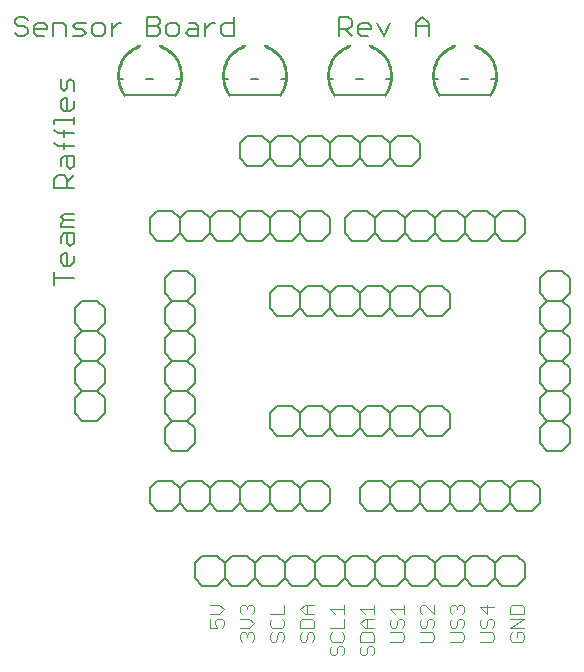
<source format=gto>
G75*
%MOIN*%
%OFA0B0*%
%FSLAX24Y24*%
%IPPOS*%
%LPD*%
%AMOC8*
5,1,8,0,0,1.08239X$1,22.5*
%
%ADD10C,0.0060*%
%ADD11C,0.0040*%
%ADD12C,0.0006*%
D10*
X004600Y005390D02*
X004850Y005140D01*
X005350Y005140D01*
X005600Y005390D01*
X005850Y005140D01*
X006350Y005140D01*
X006600Y005390D01*
X006600Y005890D01*
X006350Y006140D01*
X005850Y006140D01*
X005600Y005890D01*
X005600Y005390D01*
X005600Y005890D02*
X005350Y006140D01*
X004850Y006140D01*
X004600Y005890D01*
X004600Y005390D01*
X005350Y007140D02*
X005100Y007390D01*
X005100Y007890D01*
X005350Y008140D01*
X005100Y008390D01*
X005100Y008890D01*
X005350Y009140D01*
X005100Y009390D01*
X005100Y009890D01*
X005350Y010140D01*
X005100Y010390D01*
X005100Y010890D01*
X005350Y011140D01*
X005100Y011390D01*
X005100Y011890D01*
X005350Y012140D01*
X005100Y012390D01*
X005100Y012890D01*
X005350Y013140D01*
X005850Y013140D01*
X006100Y012890D01*
X006100Y012390D01*
X005850Y012140D01*
X006100Y011890D01*
X006100Y011390D01*
X005850Y011140D01*
X005350Y011140D01*
X005850Y011140D02*
X006100Y010890D01*
X006100Y010390D01*
X005850Y010140D01*
X006100Y009890D01*
X006100Y009390D01*
X005850Y009140D01*
X006100Y008890D01*
X006100Y008390D01*
X005850Y008140D01*
X006100Y007890D01*
X006100Y007390D01*
X005850Y007140D01*
X005350Y007140D01*
X005350Y008140D02*
X005850Y008140D01*
X005850Y009140D02*
X005350Y009140D01*
X005350Y010140D02*
X005850Y010140D01*
X005850Y012140D02*
X005350Y012140D01*
X005350Y014140D02*
X004850Y014140D01*
X004600Y014390D01*
X004600Y014890D01*
X004850Y015140D01*
X005350Y015140D01*
X005600Y014890D01*
X005850Y015140D01*
X006350Y015140D01*
X006600Y014890D01*
X006600Y014390D01*
X006350Y014140D01*
X005850Y014140D01*
X005600Y014390D01*
X005350Y014140D01*
X005600Y014390D02*
X005600Y014890D01*
X006600Y014890D02*
X006850Y015140D01*
X007350Y015140D01*
X007600Y014890D01*
X007850Y015140D01*
X008350Y015140D01*
X008600Y014890D01*
X008850Y015140D01*
X009350Y015140D01*
X009600Y014890D01*
X009850Y015140D01*
X010350Y015140D01*
X010600Y014890D01*
X010600Y014390D01*
X010350Y014140D01*
X009850Y014140D01*
X009600Y014390D01*
X009350Y014140D01*
X008850Y014140D01*
X008600Y014390D01*
X008350Y014140D01*
X007850Y014140D01*
X007600Y014390D01*
X007350Y014140D01*
X006850Y014140D01*
X006600Y014390D01*
X007600Y014390D02*
X007600Y014890D01*
X008600Y014890D02*
X008600Y014390D01*
X009600Y014390D02*
X009600Y014890D01*
X011100Y014890D02*
X011100Y014390D01*
X011350Y014140D01*
X011850Y014140D01*
X012100Y014390D01*
X012350Y014140D01*
X012850Y014140D01*
X013100Y014390D01*
X013100Y014890D01*
X012850Y015140D01*
X012350Y015140D01*
X012100Y014890D01*
X012100Y014390D01*
X012100Y014890D02*
X011850Y015140D01*
X011350Y015140D01*
X011100Y014890D01*
X011350Y016640D02*
X010850Y016640D01*
X010600Y016890D01*
X010350Y016640D01*
X009850Y016640D01*
X009600Y016890D01*
X009350Y016640D01*
X008850Y016640D01*
X008600Y016890D01*
X008350Y016640D01*
X007850Y016640D01*
X007600Y016890D01*
X007600Y017390D01*
X007850Y017640D01*
X008350Y017640D01*
X008600Y017390D01*
X008850Y017640D01*
X009350Y017640D01*
X009600Y017390D01*
X009600Y016890D01*
X009600Y017390D02*
X009850Y017640D01*
X010350Y017640D01*
X010600Y017390D01*
X010850Y017640D01*
X011350Y017640D01*
X011600Y017390D01*
X011850Y017640D01*
X012350Y017640D01*
X012600Y017390D01*
X012850Y017640D01*
X013350Y017640D01*
X013600Y017390D01*
X013600Y016890D01*
X013350Y016640D01*
X012850Y016640D01*
X012600Y016890D01*
X012350Y016640D01*
X011850Y016640D01*
X011600Y016890D01*
X011350Y016640D01*
X011600Y016890D02*
X011600Y017390D01*
X012600Y017390D02*
X012600Y016890D01*
X013350Y015140D02*
X013850Y015140D01*
X014100Y014890D01*
X014350Y015140D01*
X014850Y015140D01*
X015100Y014890D01*
X015350Y015140D01*
X015850Y015140D01*
X016100Y014890D01*
X016350Y015140D01*
X016850Y015140D01*
X017100Y014890D01*
X017100Y014390D01*
X016850Y014140D01*
X016350Y014140D01*
X016100Y014390D01*
X015850Y014140D01*
X015350Y014140D01*
X015100Y014390D01*
X014850Y014140D01*
X014350Y014140D01*
X014100Y014390D01*
X013850Y014140D01*
X013350Y014140D01*
X013100Y014390D01*
X013100Y014890D02*
X013350Y015140D01*
X014100Y014890D02*
X014100Y014390D01*
X015100Y014390D02*
X015100Y014890D01*
X016100Y014890D02*
X016100Y014390D01*
X017600Y012890D02*
X017850Y013140D01*
X018350Y013140D01*
X018600Y012890D01*
X018600Y012390D01*
X018350Y012140D01*
X018600Y011890D01*
X018600Y011390D01*
X018350Y011140D01*
X018600Y010890D01*
X018600Y010390D01*
X018350Y010140D01*
X018600Y009890D01*
X018600Y009390D01*
X018350Y009140D01*
X018600Y008890D01*
X018600Y008390D01*
X018350Y008140D01*
X018600Y007890D01*
X018600Y007390D01*
X018350Y007140D01*
X017850Y007140D01*
X017600Y007390D01*
X017600Y007890D01*
X017850Y008140D01*
X017600Y008390D01*
X017600Y008890D01*
X017850Y009140D01*
X018350Y009140D01*
X017850Y009140D02*
X017600Y009390D01*
X017600Y009890D01*
X017850Y010140D01*
X017600Y010390D01*
X017600Y010890D01*
X017850Y011140D01*
X017600Y011390D01*
X017600Y011890D01*
X017850Y012140D01*
X017600Y012390D01*
X017600Y012890D01*
X017850Y012140D02*
X018350Y012140D01*
X018350Y011140D02*
X017850Y011140D01*
X017850Y010140D02*
X018350Y010140D01*
X018350Y008140D02*
X017850Y008140D01*
X017350Y006140D02*
X016850Y006140D01*
X016600Y005890D01*
X016600Y005390D01*
X016850Y005140D01*
X017350Y005140D01*
X017600Y005390D01*
X017600Y005890D01*
X017350Y006140D01*
X016600Y005890D02*
X016350Y006140D01*
X015850Y006140D01*
X015600Y005890D01*
X015600Y005390D01*
X015850Y005140D01*
X016350Y005140D01*
X016600Y005390D01*
X015600Y005390D02*
X015350Y005140D01*
X014850Y005140D01*
X014600Y005390D01*
X014350Y005140D01*
X013850Y005140D01*
X013600Y005390D01*
X013350Y005140D01*
X012850Y005140D01*
X012600Y005390D01*
X012350Y005140D01*
X011850Y005140D01*
X011600Y005390D01*
X011600Y005890D01*
X011850Y006140D01*
X012350Y006140D01*
X012600Y005890D01*
X012850Y006140D01*
X013350Y006140D01*
X013600Y005890D01*
X013600Y005390D01*
X013600Y005890D02*
X013850Y006140D01*
X014350Y006140D01*
X014600Y005890D01*
X014850Y006140D01*
X015350Y006140D01*
X015600Y005890D01*
X014600Y005890D02*
X014600Y005390D01*
X014350Y003640D02*
X014850Y003640D01*
X015100Y003390D01*
X015350Y003640D01*
X015850Y003640D01*
X016100Y003390D01*
X016350Y003640D01*
X016850Y003640D01*
X017100Y003390D01*
X017100Y002890D01*
X016850Y002640D01*
X016350Y002640D01*
X016100Y002890D01*
X015850Y002640D01*
X015350Y002640D01*
X015100Y002890D01*
X014850Y002640D01*
X014350Y002640D01*
X014100Y002890D01*
X013850Y002640D01*
X013350Y002640D01*
X013100Y002890D01*
X012850Y002640D01*
X012350Y002640D01*
X012100Y002890D01*
X011850Y002640D01*
X011350Y002640D01*
X011100Y002890D01*
X010850Y002640D01*
X010350Y002640D01*
X010100Y002890D01*
X009850Y002640D01*
X009350Y002640D01*
X009100Y002890D01*
X008850Y002640D01*
X008350Y002640D01*
X008100Y002890D01*
X007850Y002640D01*
X007350Y002640D01*
X007100Y002890D01*
X006850Y002640D01*
X006350Y002640D01*
X006100Y002890D01*
X006100Y003390D01*
X006350Y003640D01*
X006850Y003640D01*
X007100Y003390D01*
X007350Y003640D01*
X007850Y003640D01*
X008100Y003390D01*
X008100Y002890D01*
X008100Y003390D02*
X008350Y003640D01*
X008850Y003640D01*
X009100Y003390D01*
X009350Y003640D01*
X009850Y003640D01*
X010100Y003390D01*
X010350Y003640D01*
X010850Y003640D01*
X011100Y003390D01*
X011100Y002890D01*
X011100Y003390D02*
X011350Y003640D01*
X011850Y003640D01*
X012100Y003390D01*
X012350Y003640D01*
X012850Y003640D01*
X013100Y003390D01*
X013350Y003640D01*
X013850Y003640D01*
X014100Y003390D01*
X014100Y002890D01*
X014100Y003390D02*
X014350Y003640D01*
X015100Y003390D02*
X015100Y002890D01*
X016100Y002890D02*
X016100Y003390D01*
X013100Y003390D02*
X013100Y002890D01*
X012100Y002890D02*
X012100Y003390D01*
X010350Y005140D02*
X009850Y005140D01*
X009600Y005390D01*
X009350Y005140D01*
X008850Y005140D01*
X008600Y005390D01*
X008350Y005140D01*
X007850Y005140D01*
X007600Y005390D01*
X007350Y005140D01*
X006850Y005140D01*
X006600Y005390D01*
X006600Y005890D02*
X006850Y006140D01*
X007350Y006140D01*
X007600Y005890D01*
X007850Y006140D01*
X008350Y006140D01*
X008600Y005890D01*
X008850Y006140D01*
X009350Y006140D01*
X009600Y005890D01*
X009850Y006140D01*
X010350Y006140D01*
X010600Y005890D01*
X010600Y005390D01*
X010350Y005140D01*
X009600Y005390D02*
X009600Y005890D01*
X008600Y005890D02*
X008600Y005390D01*
X007600Y005390D02*
X007600Y005890D01*
X008850Y007640D02*
X009350Y007640D01*
X009600Y007890D01*
X009850Y007640D01*
X010350Y007640D01*
X010600Y007890D01*
X010600Y008390D01*
X010350Y008640D01*
X009850Y008640D01*
X009600Y008390D01*
X009600Y007890D01*
X009600Y008390D02*
X009350Y008640D01*
X008850Y008640D01*
X008600Y008390D01*
X008600Y007890D01*
X008850Y007640D01*
X010600Y007890D02*
X010850Y007640D01*
X011350Y007640D01*
X011600Y007890D01*
X011850Y007640D01*
X012350Y007640D01*
X012600Y007890D01*
X012850Y007640D01*
X013350Y007640D01*
X013600Y007890D01*
X013850Y007640D01*
X014350Y007640D01*
X014600Y007890D01*
X014600Y008390D01*
X014350Y008640D01*
X013850Y008640D01*
X013600Y008390D01*
X013600Y007890D01*
X013600Y008390D02*
X013350Y008640D01*
X012850Y008640D01*
X012600Y008390D01*
X012600Y007890D01*
X012600Y008390D02*
X012350Y008640D01*
X011850Y008640D01*
X011600Y008390D01*
X011600Y007890D01*
X011600Y008390D02*
X011350Y008640D01*
X010850Y008640D01*
X010600Y008390D01*
X012600Y005890D02*
X012600Y005390D01*
X010100Y003390D02*
X010100Y002890D01*
X009100Y002890D02*
X009100Y003390D01*
X007100Y003390D02*
X007100Y002890D01*
X002850Y008140D02*
X002350Y008140D01*
X002100Y008390D01*
X002100Y008890D01*
X002350Y009140D01*
X002100Y009390D01*
X002100Y009890D01*
X002350Y010140D01*
X002100Y010390D01*
X002100Y010890D01*
X002350Y011140D01*
X002100Y011390D01*
X002100Y011890D01*
X002350Y012140D01*
X002850Y012140D01*
X003100Y011890D01*
X003100Y011390D01*
X002850Y011140D01*
X003100Y010890D01*
X003100Y010390D01*
X002850Y010140D01*
X002350Y010140D01*
X002850Y010140D02*
X003100Y009890D01*
X003100Y009390D01*
X002850Y009140D01*
X003100Y008890D01*
X003100Y008390D01*
X002850Y008140D01*
X002850Y009140D02*
X002350Y009140D01*
X002350Y011140D02*
X002850Y011140D01*
X001429Y012670D02*
X001429Y013097D01*
X001429Y012883D02*
X002070Y012883D01*
X001963Y013314D02*
X001750Y013314D01*
X001643Y013421D01*
X001643Y013635D01*
X001750Y013741D01*
X001856Y013741D01*
X001856Y013314D01*
X001963Y013314D02*
X002070Y013421D01*
X002070Y013635D01*
X001963Y013959D02*
X001856Y014066D01*
X001856Y014386D01*
X001750Y014386D02*
X002070Y014386D01*
X002070Y014066D01*
X001963Y013959D01*
X001643Y014279D02*
X001750Y014386D01*
X001643Y014279D02*
X001643Y014066D01*
X001643Y014603D02*
X001643Y014710D01*
X001750Y014817D01*
X001643Y014924D01*
X001750Y015030D01*
X002070Y015030D01*
X002070Y014817D02*
X001750Y014817D01*
X001643Y014603D02*
X002070Y014603D01*
X002070Y015892D02*
X001429Y015892D01*
X001429Y016213D01*
X001536Y016319D01*
X001750Y016319D01*
X001856Y016213D01*
X001856Y015892D01*
X001856Y016106D02*
X002070Y016319D01*
X001963Y016537D02*
X001856Y016644D01*
X001856Y016964D01*
X001750Y016964D02*
X002070Y016964D01*
X002070Y016644D01*
X001963Y016537D01*
X001643Y016644D02*
X001643Y016857D01*
X001750Y016964D01*
X001750Y017182D02*
X001750Y017395D01*
X001750Y017611D02*
X001750Y017825D01*
X001536Y017718D02*
X001429Y017825D01*
X001536Y017718D02*
X002070Y017718D01*
X002070Y018041D02*
X002070Y018254D01*
X002070Y018148D02*
X001429Y018148D01*
X001429Y018041D01*
X001750Y018471D02*
X001643Y018577D01*
X001643Y018791D01*
X001750Y018898D01*
X001856Y018898D01*
X001856Y018471D01*
X001750Y018471D02*
X001963Y018471D01*
X002070Y018577D01*
X002070Y018791D01*
X002070Y019115D02*
X002070Y019435D01*
X001963Y019542D01*
X001856Y019435D01*
X001856Y019222D01*
X001750Y019115D01*
X001643Y019222D01*
X001643Y019542D01*
X001826Y020970D02*
X001826Y021290D01*
X001720Y021397D01*
X001399Y021397D01*
X001399Y020970D01*
X001182Y021183D02*
X000755Y021183D01*
X000755Y021076D02*
X000755Y021290D01*
X000862Y021397D01*
X001075Y021397D01*
X001182Y021290D01*
X001182Y021183D01*
X001075Y020970D02*
X000862Y020970D01*
X000755Y021076D01*
X000537Y021076D02*
X000537Y021183D01*
X000431Y021290D01*
X000217Y021290D01*
X000110Y021397D01*
X000110Y021503D01*
X000217Y021610D01*
X000431Y021610D01*
X000537Y021503D01*
X000537Y021076D02*
X000431Y020970D01*
X000217Y020970D01*
X000110Y021076D01*
X002044Y020970D02*
X002364Y020970D01*
X002471Y021076D01*
X002364Y021183D01*
X002151Y021183D01*
X002044Y021290D01*
X002151Y021397D01*
X002471Y021397D01*
X002688Y021290D02*
X002688Y021076D01*
X002795Y020970D01*
X003009Y020970D01*
X003115Y021076D01*
X003115Y021290D01*
X003009Y021397D01*
X002795Y021397D01*
X002688Y021290D01*
X003333Y021397D02*
X003333Y020970D01*
X003333Y021183D02*
X003547Y021397D01*
X003653Y021397D01*
X004515Y021290D02*
X004835Y021290D01*
X004942Y021183D01*
X004942Y021076D01*
X004835Y020970D01*
X004515Y020970D01*
X004515Y021610D01*
X004835Y021610D01*
X004942Y021503D01*
X004942Y021397D01*
X004835Y021290D01*
X005159Y021290D02*
X005159Y021076D01*
X005266Y020970D01*
X005479Y020970D01*
X005586Y021076D01*
X005586Y021290D01*
X005479Y021397D01*
X005266Y021397D01*
X005159Y021290D01*
X005804Y021076D02*
X005911Y021183D01*
X006231Y021183D01*
X006231Y021290D02*
X006231Y020970D01*
X005911Y020970D01*
X005804Y021076D01*
X005911Y021397D02*
X006124Y021397D01*
X006231Y021290D01*
X006448Y021397D02*
X006448Y020970D01*
X006448Y021183D02*
X006662Y021397D01*
X006769Y021397D01*
X006985Y021290D02*
X007092Y021397D01*
X007412Y021397D01*
X007412Y021610D02*
X007412Y020970D01*
X007092Y020970D01*
X006985Y021076D01*
X006985Y021290D01*
X007055Y019540D02*
X007213Y019540D01*
X007275Y018990D02*
X008925Y018990D01*
X008987Y019540D02*
X009145Y019540D01*
X008213Y019540D02*
X007987Y019540D01*
X008600Y017390D02*
X008600Y016890D01*
X010600Y016890D02*
X010600Y017390D01*
X010775Y018990D02*
X012425Y018990D01*
X012487Y019540D02*
X012645Y019540D01*
X011713Y019540D02*
X011487Y019540D01*
X010713Y019540D02*
X010555Y019540D01*
X010907Y020970D02*
X010907Y021610D01*
X011228Y021610D01*
X011334Y021503D01*
X011334Y021290D01*
X011228Y021183D01*
X010907Y021183D01*
X011121Y021183D02*
X011334Y020970D01*
X011552Y021076D02*
X011552Y021290D01*
X011659Y021397D01*
X011872Y021397D01*
X011979Y021290D01*
X011979Y021183D01*
X011552Y021183D01*
X011552Y021076D02*
X011659Y020970D01*
X011872Y020970D01*
X012196Y021397D02*
X012410Y020970D01*
X012623Y021397D01*
X013485Y021397D02*
X013485Y020970D01*
X013485Y021290D02*
X013912Y021290D01*
X013912Y021397D02*
X013912Y020970D01*
X013912Y021397D02*
X013699Y021610D01*
X013485Y021397D01*
X014055Y019540D02*
X014213Y019540D01*
X014275Y018990D02*
X015925Y018990D01*
X015987Y019540D02*
X016145Y019540D01*
X015213Y019540D02*
X014987Y019540D01*
X014350Y012640D02*
X013850Y012640D01*
X013600Y012390D01*
X013600Y011890D01*
X013850Y011640D01*
X014350Y011640D01*
X014600Y011890D01*
X014600Y012390D01*
X014350Y012640D01*
X013600Y012390D02*
X013350Y012640D01*
X012850Y012640D01*
X012600Y012390D01*
X012600Y011890D01*
X012850Y011640D01*
X013350Y011640D01*
X013600Y011890D01*
X012600Y011890D02*
X012350Y011640D01*
X011850Y011640D01*
X011600Y011890D01*
X011350Y011640D01*
X010850Y011640D01*
X010600Y011890D01*
X010350Y011640D01*
X009850Y011640D01*
X009600Y011890D01*
X009350Y011640D01*
X008850Y011640D01*
X008600Y011890D01*
X008600Y012390D01*
X008850Y012640D01*
X009350Y012640D01*
X009600Y012390D01*
X009850Y012640D01*
X010350Y012640D01*
X010600Y012390D01*
X010600Y011890D01*
X010600Y012390D02*
X010850Y012640D01*
X011350Y012640D01*
X011600Y012390D01*
X011850Y012640D01*
X012350Y012640D01*
X012600Y012390D01*
X011600Y012390D02*
X011600Y011890D01*
X009600Y011890D02*
X009600Y012390D01*
X005425Y018990D02*
X003775Y018990D01*
X003713Y019540D02*
X003555Y019540D01*
X004487Y019540D02*
X004713Y019540D01*
X005487Y019540D02*
X005645Y019540D01*
X002070Y017288D02*
X001536Y017288D01*
X001429Y017395D01*
D11*
X006620Y002006D02*
X006927Y002006D01*
X007080Y001853D01*
X006927Y001699D01*
X006620Y001699D01*
X006620Y001546D02*
X006620Y001239D01*
X006850Y001239D01*
X006773Y001392D01*
X006773Y001469D01*
X006850Y001546D01*
X007003Y001546D01*
X007080Y001469D01*
X007080Y001316D01*
X007003Y001239D01*
X007620Y001239D02*
X007927Y001239D01*
X008080Y001392D01*
X007927Y001546D01*
X007620Y001546D01*
X007696Y001699D02*
X007620Y001776D01*
X007620Y001929D01*
X007696Y002006D01*
X007773Y002006D01*
X007850Y001929D01*
X007927Y002006D01*
X008003Y002006D01*
X008080Y001929D01*
X008080Y001776D01*
X008003Y001699D01*
X007850Y001853D02*
X007850Y001929D01*
X008620Y001699D02*
X009080Y001699D01*
X009080Y002006D01*
X009003Y001546D02*
X009080Y001469D01*
X009080Y001316D01*
X009003Y001239D01*
X008696Y001239D01*
X008620Y001316D01*
X008620Y001469D01*
X008696Y001546D01*
X008696Y001085D02*
X008620Y001009D01*
X008620Y000855D01*
X008696Y000779D01*
X008773Y000779D01*
X008850Y000855D01*
X008850Y001009D01*
X008927Y001085D01*
X009003Y001085D01*
X009080Y001009D01*
X009080Y000855D01*
X009003Y000779D01*
X009620Y000855D02*
X009696Y000779D01*
X009773Y000779D01*
X009850Y000855D01*
X009850Y001009D01*
X009927Y001085D01*
X010003Y001085D01*
X010080Y001009D01*
X010080Y000855D01*
X010003Y000779D01*
X009696Y001085D02*
X009620Y001009D01*
X009620Y000855D01*
X009620Y001239D02*
X009620Y001469D01*
X009696Y001546D01*
X010003Y001546D01*
X010080Y001469D01*
X010080Y001239D01*
X009620Y001239D01*
X009773Y001699D02*
X009620Y001853D01*
X009773Y002006D01*
X010080Y002006D01*
X009850Y002006D02*
X009850Y001699D01*
X009773Y001699D02*
X010080Y001699D01*
X010620Y001853D02*
X011080Y001853D01*
X011080Y002006D02*
X011080Y001699D01*
X011080Y001546D02*
X011080Y001239D01*
X010620Y001239D01*
X010696Y001085D02*
X010620Y001009D01*
X010620Y000855D01*
X010696Y000779D01*
X011003Y000779D01*
X011080Y000855D01*
X011080Y001009D01*
X011003Y001085D01*
X011003Y000625D02*
X010927Y000625D01*
X010850Y000548D01*
X010850Y000395D01*
X010773Y000318D01*
X010696Y000318D01*
X010620Y000395D01*
X010620Y000548D01*
X010696Y000625D01*
X011003Y000625D02*
X011080Y000548D01*
X011080Y000395D01*
X011003Y000318D01*
X011620Y000395D02*
X011696Y000318D01*
X011773Y000318D01*
X011850Y000395D01*
X011850Y000548D01*
X011927Y000625D01*
X012003Y000625D01*
X012080Y000548D01*
X012080Y000395D01*
X012003Y000318D01*
X011620Y000395D02*
X011620Y000548D01*
X011696Y000625D01*
X011620Y000779D02*
X011620Y001009D01*
X011696Y001085D01*
X012003Y001085D01*
X012080Y001009D01*
X012080Y000779D01*
X011620Y000779D01*
X011773Y001239D02*
X011620Y001392D01*
X011773Y001546D01*
X012080Y001546D01*
X012080Y001699D02*
X012080Y002006D01*
X012080Y001853D02*
X011620Y001853D01*
X011773Y001699D01*
X011850Y001546D02*
X011850Y001239D01*
X011773Y001239D02*
X012080Y001239D01*
X012620Y001316D02*
X012696Y001239D01*
X012773Y001239D01*
X012850Y001316D01*
X012850Y001469D01*
X012927Y001546D01*
X013003Y001546D01*
X013080Y001469D01*
X013080Y001316D01*
X013003Y001239D01*
X013003Y001085D02*
X012620Y001085D01*
X012620Y001316D02*
X012620Y001469D01*
X012696Y001546D01*
X012773Y001699D02*
X012620Y001853D01*
X013080Y001853D01*
X013080Y002006D02*
X013080Y001699D01*
X013620Y001776D02*
X013696Y001699D01*
X013620Y001776D02*
X013620Y001929D01*
X013696Y002006D01*
X013773Y002006D01*
X014080Y001699D01*
X014080Y002006D01*
X014003Y001546D02*
X014080Y001469D01*
X014080Y001316D01*
X014003Y001239D01*
X014003Y001085D02*
X013620Y001085D01*
X013696Y001239D02*
X013620Y001316D01*
X013620Y001469D01*
X013696Y001546D01*
X013850Y001469D02*
X013927Y001546D01*
X014003Y001546D01*
X013850Y001469D02*
X013850Y001316D01*
X013773Y001239D01*
X013696Y001239D01*
X014003Y001085D02*
X014080Y001009D01*
X014080Y000855D01*
X014003Y000779D01*
X013620Y000779D01*
X013080Y000855D02*
X013080Y001009D01*
X013003Y001085D01*
X013080Y000855D02*
X013003Y000779D01*
X012620Y000779D01*
X010773Y001699D02*
X010620Y001853D01*
X008080Y001009D02*
X008080Y000855D01*
X008003Y000779D01*
X007850Y000932D02*
X007850Y001009D01*
X007927Y001085D01*
X008003Y001085D01*
X008080Y001009D01*
X007850Y001009D02*
X007773Y001085D01*
X007696Y001085D01*
X007620Y001009D01*
X007620Y000855D01*
X007696Y000779D01*
X014620Y000779D02*
X015003Y000779D01*
X015080Y000855D01*
X015080Y001009D01*
X015003Y001085D01*
X014620Y001085D01*
X014696Y001239D02*
X014773Y001239D01*
X014850Y001316D01*
X014850Y001469D01*
X014927Y001546D01*
X015003Y001546D01*
X015080Y001469D01*
X015080Y001316D01*
X015003Y001239D01*
X014696Y001239D02*
X014620Y001316D01*
X014620Y001469D01*
X014696Y001546D01*
X014696Y001699D02*
X014620Y001776D01*
X014620Y001929D01*
X014696Y002006D01*
X014773Y002006D01*
X014850Y001929D01*
X014927Y002006D01*
X015003Y002006D01*
X015080Y001929D01*
X015080Y001776D01*
X015003Y001699D01*
X014850Y001853D02*
X014850Y001929D01*
X015620Y001929D02*
X015850Y001699D01*
X015850Y002006D01*
X016080Y001929D02*
X015620Y001929D01*
X015696Y001546D02*
X015620Y001469D01*
X015620Y001316D01*
X015696Y001239D01*
X015773Y001239D01*
X015850Y001316D01*
X015850Y001469D01*
X015927Y001546D01*
X016003Y001546D01*
X016080Y001469D01*
X016080Y001316D01*
X016003Y001239D01*
X016003Y001085D02*
X015620Y001085D01*
X015620Y000779D02*
X016003Y000779D01*
X016080Y000855D01*
X016080Y001009D01*
X016003Y001085D01*
X016620Y001009D02*
X016620Y000855D01*
X016696Y000779D01*
X017003Y000779D01*
X017080Y000855D01*
X017080Y001009D01*
X017003Y001085D01*
X016850Y001085D01*
X016850Y000932D01*
X016696Y001085D02*
X016620Y001009D01*
X016620Y001239D02*
X017080Y001546D01*
X016620Y001546D01*
X016620Y001699D02*
X016620Y001929D01*
X016696Y002006D01*
X017003Y002006D01*
X017080Y001929D01*
X017080Y001699D01*
X016620Y001699D01*
X016620Y001239D02*
X017080Y001239D01*
D12*
X015947Y018976D02*
X015905Y019010D01*
X015905Y019009D02*
X015942Y019059D01*
X015975Y019111D01*
X016006Y019165D01*
X016033Y019220D01*
X016057Y019277D01*
X016077Y019336D01*
X016093Y019395D01*
X016106Y019456D01*
X016116Y019517D01*
X016121Y019578D01*
X016123Y019640D01*
X016121Y019702D01*
X016116Y019763D01*
X016106Y019824D01*
X016093Y019885D01*
X016077Y019944D01*
X016057Y020003D01*
X016033Y020060D01*
X016006Y020115D01*
X015976Y020169D01*
X015942Y020221D01*
X015905Y020271D01*
X015866Y020318D01*
X015823Y020363D01*
X015778Y020406D01*
X015731Y020445D01*
X015681Y020482D01*
X015629Y020515D01*
X015576Y020546D01*
X015520Y020573D01*
X015463Y020596D01*
X015404Y020617D01*
X015420Y020668D01*
X015480Y020648D01*
X015538Y020624D01*
X015595Y020596D01*
X015650Y020566D01*
X015704Y020532D01*
X015755Y020495D01*
X015804Y020455D01*
X015850Y020413D01*
X015894Y020367D01*
X015936Y020320D01*
X015974Y020269D01*
X016009Y020217D01*
X016041Y020163D01*
X016070Y020107D01*
X016096Y020049D01*
X016118Y019990D01*
X016137Y019930D01*
X016152Y019869D01*
X016164Y019807D01*
X016172Y019744D01*
X016176Y019681D01*
X016177Y019618D01*
X016174Y019555D01*
X016167Y019492D01*
X016156Y019430D01*
X016142Y019369D01*
X016125Y019308D01*
X016103Y019249D01*
X016079Y019191D01*
X016051Y019134D01*
X016020Y019079D01*
X015985Y019026D01*
X015948Y018976D01*
X015944Y018979D01*
X015982Y019031D01*
X016017Y019085D01*
X016049Y019142D01*
X016077Y019200D01*
X016102Y019260D01*
X016123Y019321D01*
X016141Y019383D01*
X016154Y019447D01*
X016164Y019511D01*
X016170Y019575D01*
X016172Y019640D01*
X016170Y019705D01*
X016164Y019769D01*
X016154Y019833D01*
X016141Y019896D01*
X016123Y019959D01*
X016102Y020020D01*
X016078Y020080D01*
X016049Y020138D01*
X016017Y020195D01*
X015982Y020249D01*
X015944Y020301D01*
X015902Y020351D01*
X015858Y020398D01*
X015811Y020442D01*
X015761Y020484D01*
X015709Y020522D01*
X015655Y020557D01*
X015598Y020589D01*
X015540Y020618D01*
X015480Y020642D01*
X015419Y020663D01*
X015417Y020659D01*
X015478Y020638D01*
X015538Y020613D01*
X015596Y020585D01*
X015652Y020553D01*
X015706Y020518D01*
X015758Y020480D01*
X015808Y020439D01*
X015855Y020394D01*
X015899Y020348D01*
X015940Y020298D01*
X015978Y020246D01*
X016013Y020192D01*
X016045Y020136D01*
X016073Y020078D01*
X016098Y020018D01*
X016119Y019957D01*
X016136Y019895D01*
X016150Y019832D01*
X016159Y019769D01*
X016165Y019704D01*
X016167Y019640D01*
X016165Y019575D01*
X016159Y019511D01*
X016149Y019448D01*
X016136Y019385D01*
X016119Y019322D01*
X016098Y019262D01*
X016073Y019202D01*
X016045Y019144D01*
X016013Y019088D01*
X015978Y019034D01*
X015940Y018982D01*
X015936Y018985D01*
X015974Y019037D01*
X016009Y019090D01*
X016040Y019146D01*
X016068Y019204D01*
X016093Y019263D01*
X016114Y019324D01*
X016131Y019386D01*
X016145Y019448D01*
X016154Y019512D01*
X016160Y019576D01*
X016162Y019640D01*
X016160Y019704D01*
X016154Y019768D01*
X016145Y019831D01*
X016131Y019894D01*
X016114Y019956D01*
X016093Y020017D01*
X016068Y020076D01*
X016040Y020133D01*
X016009Y020189D01*
X015974Y020243D01*
X015936Y020295D01*
X015895Y020344D01*
X015851Y020391D01*
X015804Y020435D01*
X015755Y020476D01*
X015703Y020514D01*
X015649Y020549D01*
X015594Y020580D01*
X015536Y020608D01*
X015477Y020633D01*
X015416Y020654D01*
X015415Y020649D01*
X015475Y020628D01*
X015534Y020604D01*
X015591Y020576D01*
X015647Y020545D01*
X015700Y020510D01*
X015752Y020472D01*
X015801Y020431D01*
X015847Y020387D01*
X015891Y020341D01*
X015932Y020292D01*
X015970Y020240D01*
X016005Y020187D01*
X016036Y020131D01*
X016064Y020074D01*
X016088Y020015D01*
X016109Y019954D01*
X016126Y019893D01*
X016140Y019830D01*
X016149Y019767D01*
X016155Y019704D01*
X016157Y019640D01*
X016155Y019576D01*
X016149Y019512D01*
X016140Y019449D01*
X016126Y019387D01*
X016109Y019325D01*
X016088Y019265D01*
X016064Y019206D01*
X016036Y019149D01*
X016004Y019093D01*
X015970Y019039D01*
X015932Y018988D01*
X015928Y018991D01*
X015966Y019042D01*
X016000Y019096D01*
X016031Y019151D01*
X016059Y019208D01*
X016084Y019267D01*
X016104Y019327D01*
X016121Y019388D01*
X016135Y019450D01*
X016144Y019513D01*
X016150Y019576D01*
X016152Y019640D01*
X016150Y019703D01*
X016144Y019767D01*
X016135Y019830D01*
X016121Y019892D01*
X016104Y019953D01*
X016084Y020013D01*
X016059Y020072D01*
X016032Y020129D01*
X016000Y020184D01*
X015966Y020238D01*
X015928Y020289D01*
X015887Y020338D01*
X015844Y020384D01*
X015798Y020427D01*
X015749Y020468D01*
X015698Y020506D01*
X015644Y020540D01*
X015589Y020571D01*
X015532Y020599D01*
X015473Y020624D01*
X015413Y020644D01*
X015412Y020640D01*
X015471Y020619D01*
X015530Y020595D01*
X015587Y020567D01*
X015642Y020536D01*
X015695Y020502D01*
X015746Y020464D01*
X015794Y020424D01*
X015840Y020380D01*
X015884Y020334D01*
X015924Y020286D01*
X015962Y020235D01*
X015996Y020182D01*
X016027Y020126D01*
X016055Y020070D01*
X016079Y020011D01*
X016100Y019951D01*
X016117Y019890D01*
X016130Y019829D01*
X016139Y019766D01*
X016145Y019703D01*
X016147Y019640D01*
X016145Y019577D01*
X016139Y019514D01*
X016130Y019451D01*
X016117Y019389D01*
X016100Y019328D01*
X016079Y019269D01*
X016055Y019210D01*
X016027Y019153D01*
X015996Y019098D01*
X015962Y019045D01*
X015924Y018994D01*
X015920Y018997D01*
X015957Y019048D01*
X015992Y019101D01*
X016023Y019156D01*
X016050Y019212D01*
X016074Y019270D01*
X016095Y019330D01*
X016112Y019391D01*
X016125Y019452D01*
X016134Y019514D01*
X016140Y019577D01*
X016142Y019640D01*
X016140Y019703D01*
X016134Y019766D01*
X016125Y019828D01*
X016112Y019889D01*
X016095Y019950D01*
X016074Y020009D01*
X016050Y020068D01*
X016023Y020124D01*
X015992Y020179D01*
X015958Y020232D01*
X015920Y020283D01*
X015880Y020331D01*
X015837Y020377D01*
X015791Y020420D01*
X015743Y020460D01*
X015692Y020498D01*
X015639Y020532D01*
X015584Y020563D01*
X015528Y020590D01*
X015470Y020614D01*
X015410Y020635D01*
X015409Y020630D01*
X015468Y020610D01*
X015526Y020586D01*
X015582Y020558D01*
X015637Y020527D01*
X015689Y020493D01*
X015740Y020456D01*
X015788Y020416D01*
X015833Y020373D01*
X015876Y020328D01*
X015916Y020279D01*
X015953Y020229D01*
X015987Y020176D01*
X016018Y020122D01*
X016046Y020066D01*
X016070Y020008D01*
X016090Y019948D01*
X016107Y019888D01*
X016120Y019827D01*
X016129Y019765D01*
X016135Y019703D01*
X016137Y019640D01*
X016135Y019577D01*
X016129Y019515D01*
X016120Y019453D01*
X016107Y019392D01*
X016090Y019331D01*
X016070Y019272D01*
X016046Y019214D01*
X016018Y019158D01*
X015987Y019103D01*
X015953Y019051D01*
X015916Y019000D01*
X015912Y019003D01*
X015949Y019054D01*
X015983Y019106D01*
X016014Y019160D01*
X016041Y019216D01*
X016065Y019274D01*
X016085Y019333D01*
X016102Y019393D01*
X016115Y019454D01*
X016124Y019516D01*
X016130Y019578D01*
X016132Y019640D01*
X016130Y019702D01*
X016124Y019764D01*
X016115Y019826D01*
X016102Y019887D01*
X016085Y019947D01*
X016065Y020006D01*
X016041Y020063D01*
X016014Y020120D01*
X015983Y020174D01*
X015949Y020226D01*
X015912Y020276D01*
X015873Y020324D01*
X015830Y020370D01*
X015784Y020412D01*
X015737Y020452D01*
X015686Y020489D01*
X015634Y020523D01*
X015580Y020554D01*
X015524Y020581D01*
X015466Y020605D01*
X015407Y020625D01*
X015406Y020620D01*
X015464Y020600D01*
X015522Y020576D01*
X015577Y020549D01*
X015631Y020519D01*
X015683Y020485D01*
X015733Y020448D01*
X015781Y020409D01*
X015826Y020366D01*
X015869Y020321D01*
X015908Y020273D01*
X015945Y020223D01*
X015979Y020171D01*
X016009Y020117D01*
X016037Y020061D01*
X016060Y020004D01*
X016081Y019945D01*
X016097Y019886D01*
X016110Y019825D01*
X016120Y019764D01*
X016125Y019702D01*
X016127Y019640D01*
X016125Y019578D01*
X016120Y019516D01*
X016110Y019455D01*
X016097Y019394D01*
X016080Y019334D01*
X016060Y019276D01*
X016036Y019218D01*
X016009Y019163D01*
X015979Y019109D01*
X015945Y019057D01*
X015908Y019007D01*
X014780Y020668D02*
X014796Y020616D01*
X014796Y020617D02*
X014737Y020596D01*
X014680Y020573D01*
X014624Y020546D01*
X014571Y020515D01*
X014519Y020482D01*
X014469Y020445D01*
X014422Y020406D01*
X014377Y020363D01*
X014334Y020318D01*
X014295Y020271D01*
X014258Y020221D01*
X014224Y020169D01*
X014194Y020115D01*
X014167Y020060D01*
X014143Y020003D01*
X014123Y019944D01*
X014107Y019885D01*
X014094Y019824D01*
X014084Y019763D01*
X014079Y019702D01*
X014077Y019640D01*
X014079Y019578D01*
X014084Y019517D01*
X014094Y019456D01*
X014107Y019395D01*
X014123Y019336D01*
X014143Y019277D01*
X014167Y019220D01*
X014194Y019165D01*
X014225Y019111D01*
X014258Y019059D01*
X014295Y019009D01*
X014253Y018976D01*
X014252Y018976D01*
X014215Y019026D01*
X014180Y019079D01*
X014149Y019134D01*
X014121Y019191D01*
X014097Y019249D01*
X014075Y019308D01*
X014058Y019369D01*
X014044Y019430D01*
X014033Y019492D01*
X014026Y019555D01*
X014023Y019618D01*
X014024Y019681D01*
X014028Y019744D01*
X014036Y019807D01*
X014048Y019869D01*
X014063Y019930D01*
X014082Y019990D01*
X014104Y020049D01*
X014130Y020107D01*
X014159Y020163D01*
X014191Y020217D01*
X014226Y020269D01*
X014264Y020320D01*
X014306Y020367D01*
X014350Y020413D01*
X014396Y020455D01*
X014445Y020495D01*
X014496Y020532D01*
X014550Y020566D01*
X014605Y020596D01*
X014662Y020624D01*
X014720Y020648D01*
X014780Y020668D01*
X014781Y020663D01*
X014720Y020642D01*
X014660Y020618D01*
X014602Y020589D01*
X014545Y020557D01*
X014491Y020522D01*
X014439Y020484D01*
X014389Y020442D01*
X014342Y020398D01*
X014298Y020351D01*
X014256Y020301D01*
X014218Y020249D01*
X014183Y020195D01*
X014151Y020138D01*
X014122Y020080D01*
X014098Y020020D01*
X014077Y019959D01*
X014059Y019896D01*
X014046Y019833D01*
X014036Y019769D01*
X014030Y019705D01*
X014028Y019640D01*
X014030Y019575D01*
X014036Y019511D01*
X014046Y019447D01*
X014059Y019383D01*
X014077Y019321D01*
X014098Y019260D01*
X014122Y019200D01*
X014151Y019142D01*
X014183Y019085D01*
X014218Y019031D01*
X014256Y018979D01*
X014260Y018982D01*
X014222Y019034D01*
X014187Y019088D01*
X014155Y019144D01*
X014127Y019202D01*
X014102Y019262D01*
X014081Y019322D01*
X014064Y019385D01*
X014050Y019448D01*
X014041Y019511D01*
X014035Y019575D01*
X014033Y019640D01*
X014035Y019704D01*
X014041Y019769D01*
X014050Y019832D01*
X014064Y019895D01*
X014081Y019957D01*
X014102Y020018D01*
X014127Y020078D01*
X014155Y020136D01*
X014187Y020192D01*
X014222Y020246D01*
X014260Y020298D01*
X014301Y020348D01*
X014345Y020394D01*
X014392Y020439D01*
X014442Y020480D01*
X014494Y020518D01*
X014548Y020553D01*
X014604Y020585D01*
X014662Y020613D01*
X014722Y020638D01*
X014783Y020659D01*
X014784Y020654D01*
X014723Y020633D01*
X014664Y020608D01*
X014606Y020580D01*
X014551Y020549D01*
X014497Y020514D01*
X014445Y020476D01*
X014396Y020435D01*
X014349Y020391D01*
X014305Y020344D01*
X014264Y020295D01*
X014226Y020243D01*
X014191Y020189D01*
X014160Y020133D01*
X014132Y020076D01*
X014107Y020017D01*
X014086Y019956D01*
X014069Y019894D01*
X014055Y019831D01*
X014046Y019768D01*
X014040Y019704D01*
X014038Y019640D01*
X014040Y019576D01*
X014046Y019512D01*
X014055Y019448D01*
X014069Y019386D01*
X014086Y019324D01*
X014107Y019263D01*
X014132Y019204D01*
X014160Y019146D01*
X014191Y019090D01*
X014226Y019037D01*
X014264Y018985D01*
X014268Y018988D01*
X014230Y019039D01*
X014195Y019093D01*
X014164Y019149D01*
X014136Y019206D01*
X014112Y019265D01*
X014091Y019325D01*
X014074Y019387D01*
X014060Y019449D01*
X014051Y019513D01*
X014045Y019576D01*
X014043Y019640D01*
X014045Y019704D01*
X014051Y019767D01*
X014060Y019830D01*
X014074Y019893D01*
X014091Y019954D01*
X014112Y020015D01*
X014136Y020074D01*
X014164Y020131D01*
X014195Y020187D01*
X014230Y020240D01*
X014268Y020292D01*
X014309Y020341D01*
X014353Y020387D01*
X014399Y020431D01*
X014448Y020472D01*
X014500Y020510D01*
X014553Y020545D01*
X014609Y020576D01*
X014666Y020604D01*
X014725Y020628D01*
X014786Y020649D01*
X014787Y020644D01*
X014727Y020624D01*
X014668Y020599D01*
X014611Y020571D01*
X014556Y020540D01*
X014502Y020506D01*
X014451Y020468D01*
X014402Y020427D01*
X014356Y020384D01*
X014313Y020338D01*
X014272Y020289D01*
X014234Y020238D01*
X014200Y020184D01*
X014168Y020129D01*
X014141Y020072D01*
X014116Y020013D01*
X014096Y019953D01*
X014079Y019892D01*
X014065Y019830D01*
X014056Y019767D01*
X014050Y019703D01*
X014048Y019640D01*
X014050Y019576D01*
X014056Y019513D01*
X014065Y019450D01*
X014079Y019388D01*
X014096Y019327D01*
X014116Y019267D01*
X014141Y019208D01*
X014169Y019151D01*
X014200Y019096D01*
X014234Y019042D01*
X014272Y018991D01*
X014276Y018994D01*
X014238Y019045D01*
X014204Y019098D01*
X014173Y019153D01*
X014145Y019210D01*
X014121Y019269D01*
X014100Y019328D01*
X014083Y019389D01*
X014070Y019451D01*
X014061Y019514D01*
X014055Y019577D01*
X014053Y019640D01*
X014055Y019703D01*
X014061Y019766D01*
X014070Y019829D01*
X014083Y019890D01*
X014100Y019951D01*
X014121Y020011D01*
X014145Y020070D01*
X014173Y020127D01*
X014204Y020182D01*
X014238Y020235D01*
X014276Y020286D01*
X014316Y020334D01*
X014360Y020380D01*
X014406Y020424D01*
X014454Y020464D01*
X014505Y020502D01*
X014558Y020536D01*
X014613Y020567D01*
X014670Y020595D01*
X014729Y020619D01*
X014788Y020640D01*
X014790Y020635D01*
X014730Y020614D01*
X014672Y020590D01*
X014616Y020563D01*
X014561Y020532D01*
X014508Y020498D01*
X014457Y020460D01*
X014409Y020420D01*
X014363Y020377D01*
X014320Y020331D01*
X014280Y020283D01*
X014242Y020232D01*
X014208Y020179D01*
X014177Y020124D01*
X014150Y020068D01*
X014126Y020009D01*
X014105Y019950D01*
X014088Y019889D01*
X014075Y019828D01*
X014066Y019766D01*
X014060Y019703D01*
X014058Y019640D01*
X014060Y019577D01*
X014066Y019514D01*
X014075Y019452D01*
X014088Y019391D01*
X014105Y019330D01*
X014126Y019270D01*
X014150Y019212D01*
X014177Y019156D01*
X014208Y019101D01*
X014242Y019048D01*
X014280Y018997D01*
X014284Y019000D01*
X014247Y019051D01*
X014213Y019103D01*
X014182Y019158D01*
X014154Y019214D01*
X014130Y019272D01*
X014110Y019331D01*
X014093Y019392D01*
X014080Y019453D01*
X014071Y019515D01*
X014065Y019577D01*
X014063Y019640D01*
X014065Y019703D01*
X014071Y019765D01*
X014080Y019827D01*
X014093Y019888D01*
X014110Y019948D01*
X014130Y020008D01*
X014154Y020066D01*
X014182Y020122D01*
X014213Y020176D01*
X014247Y020229D01*
X014284Y020279D01*
X014324Y020328D01*
X014367Y020373D01*
X014412Y020416D01*
X014460Y020456D01*
X014511Y020493D01*
X014563Y020527D01*
X014618Y020558D01*
X014674Y020586D01*
X014732Y020610D01*
X014791Y020630D01*
X014793Y020625D01*
X014734Y020605D01*
X014676Y020581D01*
X014620Y020554D01*
X014566Y020523D01*
X014514Y020489D01*
X014463Y020452D01*
X014416Y020412D01*
X014370Y020370D01*
X014327Y020324D01*
X014288Y020276D01*
X014251Y020226D01*
X014217Y020174D01*
X014186Y020120D01*
X014159Y020063D01*
X014135Y020006D01*
X014115Y019947D01*
X014098Y019887D01*
X014085Y019826D01*
X014076Y019764D01*
X014070Y019702D01*
X014068Y019640D01*
X014070Y019578D01*
X014076Y019516D01*
X014085Y019454D01*
X014098Y019393D01*
X014115Y019333D01*
X014135Y019274D01*
X014159Y019216D01*
X014186Y019160D01*
X014217Y019106D01*
X014251Y019054D01*
X014288Y019004D01*
X014292Y019007D01*
X014255Y019057D01*
X014221Y019109D01*
X014191Y019163D01*
X014163Y019218D01*
X014140Y019276D01*
X014120Y019334D01*
X014103Y019394D01*
X014090Y019455D01*
X014080Y019516D01*
X014075Y019578D01*
X014073Y019640D01*
X014075Y019702D01*
X014080Y019764D01*
X014090Y019825D01*
X014103Y019886D01*
X014119Y019945D01*
X014140Y020004D01*
X014163Y020061D01*
X014191Y020117D01*
X014221Y020171D01*
X014255Y020223D01*
X014292Y020273D01*
X014331Y020321D01*
X014374Y020366D01*
X014419Y020409D01*
X014467Y020448D01*
X014517Y020485D01*
X014569Y020519D01*
X014623Y020549D01*
X014678Y020576D01*
X014736Y020600D01*
X014794Y020620D01*
X011280Y020668D02*
X011296Y020616D01*
X011296Y020617D02*
X011237Y020596D01*
X011180Y020573D01*
X011124Y020546D01*
X011071Y020515D01*
X011019Y020482D01*
X010969Y020445D01*
X010922Y020406D01*
X010877Y020363D01*
X010834Y020318D01*
X010795Y020271D01*
X010758Y020221D01*
X010724Y020169D01*
X010694Y020115D01*
X010667Y020060D01*
X010643Y020003D01*
X010623Y019944D01*
X010607Y019885D01*
X010594Y019824D01*
X010584Y019763D01*
X010579Y019702D01*
X010577Y019640D01*
X010579Y019578D01*
X010584Y019517D01*
X010594Y019456D01*
X010607Y019395D01*
X010623Y019336D01*
X010643Y019277D01*
X010667Y019220D01*
X010694Y019165D01*
X010725Y019111D01*
X010758Y019059D01*
X010795Y019009D01*
X010753Y018976D01*
X010752Y018976D01*
X010715Y019026D01*
X010680Y019079D01*
X010649Y019134D01*
X010621Y019191D01*
X010597Y019249D01*
X010575Y019308D01*
X010558Y019369D01*
X010544Y019430D01*
X010533Y019492D01*
X010526Y019555D01*
X010523Y019618D01*
X010524Y019681D01*
X010528Y019744D01*
X010536Y019807D01*
X010548Y019869D01*
X010563Y019930D01*
X010582Y019990D01*
X010604Y020049D01*
X010630Y020107D01*
X010659Y020163D01*
X010691Y020217D01*
X010726Y020269D01*
X010764Y020320D01*
X010806Y020367D01*
X010850Y020413D01*
X010896Y020455D01*
X010945Y020495D01*
X010996Y020532D01*
X011050Y020566D01*
X011105Y020596D01*
X011162Y020624D01*
X011220Y020648D01*
X011280Y020668D01*
X011281Y020663D01*
X011220Y020642D01*
X011160Y020618D01*
X011102Y020589D01*
X011045Y020557D01*
X010991Y020522D01*
X010939Y020484D01*
X010889Y020442D01*
X010842Y020398D01*
X010798Y020351D01*
X010756Y020301D01*
X010718Y020249D01*
X010683Y020195D01*
X010651Y020138D01*
X010622Y020080D01*
X010598Y020020D01*
X010577Y019959D01*
X010559Y019896D01*
X010546Y019833D01*
X010536Y019769D01*
X010530Y019705D01*
X010528Y019640D01*
X010530Y019575D01*
X010536Y019511D01*
X010546Y019447D01*
X010559Y019383D01*
X010577Y019321D01*
X010598Y019260D01*
X010622Y019200D01*
X010651Y019142D01*
X010683Y019085D01*
X010718Y019031D01*
X010756Y018979D01*
X010760Y018982D01*
X010722Y019034D01*
X010687Y019088D01*
X010655Y019144D01*
X010627Y019202D01*
X010602Y019262D01*
X010581Y019322D01*
X010564Y019385D01*
X010550Y019448D01*
X010541Y019511D01*
X010535Y019575D01*
X010533Y019640D01*
X010535Y019704D01*
X010541Y019769D01*
X010550Y019832D01*
X010564Y019895D01*
X010581Y019957D01*
X010602Y020018D01*
X010627Y020078D01*
X010655Y020136D01*
X010687Y020192D01*
X010722Y020246D01*
X010760Y020298D01*
X010801Y020348D01*
X010845Y020394D01*
X010892Y020439D01*
X010942Y020480D01*
X010994Y020518D01*
X011048Y020553D01*
X011104Y020585D01*
X011162Y020613D01*
X011222Y020638D01*
X011283Y020659D01*
X011284Y020654D01*
X011223Y020633D01*
X011164Y020608D01*
X011106Y020580D01*
X011051Y020549D01*
X010997Y020514D01*
X010945Y020476D01*
X010896Y020435D01*
X010849Y020391D01*
X010805Y020344D01*
X010764Y020295D01*
X010726Y020243D01*
X010691Y020189D01*
X010660Y020133D01*
X010632Y020076D01*
X010607Y020017D01*
X010586Y019956D01*
X010569Y019894D01*
X010555Y019831D01*
X010546Y019768D01*
X010540Y019704D01*
X010538Y019640D01*
X010540Y019576D01*
X010546Y019512D01*
X010555Y019448D01*
X010569Y019386D01*
X010586Y019324D01*
X010607Y019263D01*
X010632Y019204D01*
X010660Y019146D01*
X010691Y019090D01*
X010726Y019037D01*
X010764Y018985D01*
X010768Y018988D01*
X010730Y019039D01*
X010695Y019093D01*
X010664Y019149D01*
X010636Y019206D01*
X010612Y019265D01*
X010591Y019325D01*
X010574Y019387D01*
X010560Y019449D01*
X010551Y019513D01*
X010545Y019576D01*
X010543Y019640D01*
X010545Y019704D01*
X010551Y019767D01*
X010560Y019830D01*
X010574Y019893D01*
X010591Y019954D01*
X010612Y020015D01*
X010636Y020074D01*
X010664Y020131D01*
X010695Y020187D01*
X010730Y020240D01*
X010768Y020292D01*
X010809Y020341D01*
X010853Y020387D01*
X010899Y020431D01*
X010948Y020472D01*
X011000Y020510D01*
X011053Y020545D01*
X011109Y020576D01*
X011166Y020604D01*
X011225Y020628D01*
X011286Y020649D01*
X011287Y020644D01*
X011227Y020624D01*
X011168Y020599D01*
X011111Y020571D01*
X011056Y020540D01*
X011002Y020506D01*
X010951Y020468D01*
X010902Y020427D01*
X010856Y020384D01*
X010813Y020338D01*
X010772Y020289D01*
X010734Y020238D01*
X010700Y020184D01*
X010668Y020129D01*
X010641Y020072D01*
X010616Y020013D01*
X010596Y019953D01*
X010579Y019892D01*
X010565Y019830D01*
X010556Y019767D01*
X010550Y019703D01*
X010548Y019640D01*
X010550Y019576D01*
X010556Y019513D01*
X010565Y019450D01*
X010579Y019388D01*
X010596Y019327D01*
X010616Y019267D01*
X010641Y019208D01*
X010669Y019151D01*
X010700Y019096D01*
X010734Y019042D01*
X010772Y018991D01*
X010776Y018994D01*
X010738Y019045D01*
X010704Y019098D01*
X010673Y019153D01*
X010645Y019210D01*
X010621Y019269D01*
X010600Y019328D01*
X010583Y019389D01*
X010570Y019451D01*
X010561Y019514D01*
X010555Y019577D01*
X010553Y019640D01*
X010555Y019703D01*
X010561Y019766D01*
X010570Y019829D01*
X010583Y019890D01*
X010600Y019951D01*
X010621Y020011D01*
X010645Y020070D01*
X010673Y020127D01*
X010704Y020182D01*
X010738Y020235D01*
X010776Y020286D01*
X010816Y020334D01*
X010860Y020380D01*
X010906Y020424D01*
X010954Y020464D01*
X011005Y020502D01*
X011058Y020536D01*
X011113Y020567D01*
X011170Y020595D01*
X011229Y020619D01*
X011288Y020640D01*
X011290Y020635D01*
X011230Y020614D01*
X011172Y020590D01*
X011116Y020563D01*
X011061Y020532D01*
X011008Y020498D01*
X010957Y020460D01*
X010909Y020420D01*
X010863Y020377D01*
X010820Y020331D01*
X010780Y020283D01*
X010742Y020232D01*
X010708Y020179D01*
X010677Y020124D01*
X010650Y020068D01*
X010626Y020009D01*
X010605Y019950D01*
X010588Y019889D01*
X010575Y019828D01*
X010566Y019766D01*
X010560Y019703D01*
X010558Y019640D01*
X010560Y019577D01*
X010566Y019514D01*
X010575Y019452D01*
X010588Y019391D01*
X010605Y019330D01*
X010626Y019270D01*
X010650Y019212D01*
X010677Y019156D01*
X010708Y019101D01*
X010742Y019048D01*
X010780Y018997D01*
X010784Y019000D01*
X010747Y019051D01*
X010713Y019103D01*
X010682Y019158D01*
X010654Y019214D01*
X010630Y019272D01*
X010610Y019331D01*
X010593Y019392D01*
X010580Y019453D01*
X010571Y019515D01*
X010565Y019577D01*
X010563Y019640D01*
X010565Y019703D01*
X010571Y019765D01*
X010580Y019827D01*
X010593Y019888D01*
X010610Y019948D01*
X010630Y020008D01*
X010654Y020066D01*
X010682Y020122D01*
X010713Y020176D01*
X010747Y020229D01*
X010784Y020279D01*
X010824Y020328D01*
X010867Y020373D01*
X010912Y020416D01*
X010960Y020456D01*
X011011Y020493D01*
X011063Y020527D01*
X011118Y020558D01*
X011174Y020586D01*
X011232Y020610D01*
X011291Y020630D01*
X011293Y020625D01*
X011234Y020605D01*
X011176Y020581D01*
X011120Y020554D01*
X011066Y020523D01*
X011014Y020489D01*
X010963Y020452D01*
X010916Y020412D01*
X010870Y020370D01*
X010827Y020324D01*
X010788Y020276D01*
X010751Y020226D01*
X010717Y020174D01*
X010686Y020120D01*
X010659Y020063D01*
X010635Y020006D01*
X010615Y019947D01*
X010598Y019887D01*
X010585Y019826D01*
X010576Y019764D01*
X010570Y019702D01*
X010568Y019640D01*
X010570Y019578D01*
X010576Y019516D01*
X010585Y019454D01*
X010598Y019393D01*
X010615Y019333D01*
X010635Y019274D01*
X010659Y019216D01*
X010686Y019160D01*
X010717Y019106D01*
X010751Y019054D01*
X010788Y019004D01*
X010792Y019007D01*
X010755Y019057D01*
X010721Y019109D01*
X010691Y019163D01*
X010663Y019218D01*
X010640Y019276D01*
X010620Y019334D01*
X010603Y019394D01*
X010590Y019455D01*
X010580Y019516D01*
X010575Y019578D01*
X010573Y019640D01*
X010575Y019702D01*
X010580Y019764D01*
X010590Y019825D01*
X010603Y019886D01*
X010619Y019945D01*
X010640Y020004D01*
X010663Y020061D01*
X010691Y020117D01*
X010721Y020171D01*
X010755Y020223D01*
X010792Y020273D01*
X010831Y020321D01*
X010874Y020366D01*
X010919Y020409D01*
X010967Y020448D01*
X011017Y020485D01*
X011069Y020519D01*
X011123Y020549D01*
X011178Y020576D01*
X011236Y020600D01*
X011294Y020620D01*
X012447Y018976D02*
X012405Y019010D01*
X012405Y019009D02*
X012442Y019059D01*
X012475Y019111D01*
X012506Y019165D01*
X012533Y019220D01*
X012557Y019277D01*
X012577Y019336D01*
X012593Y019395D01*
X012606Y019456D01*
X012616Y019517D01*
X012621Y019578D01*
X012623Y019640D01*
X012621Y019702D01*
X012616Y019763D01*
X012606Y019824D01*
X012593Y019885D01*
X012577Y019944D01*
X012557Y020003D01*
X012533Y020060D01*
X012506Y020115D01*
X012476Y020169D01*
X012442Y020221D01*
X012405Y020271D01*
X012366Y020318D01*
X012323Y020363D01*
X012278Y020406D01*
X012231Y020445D01*
X012181Y020482D01*
X012129Y020515D01*
X012076Y020546D01*
X012020Y020573D01*
X011963Y020596D01*
X011904Y020617D01*
X011920Y020668D01*
X011980Y020648D01*
X012038Y020624D01*
X012095Y020596D01*
X012150Y020566D01*
X012204Y020532D01*
X012255Y020495D01*
X012304Y020455D01*
X012350Y020413D01*
X012394Y020367D01*
X012436Y020320D01*
X012474Y020269D01*
X012509Y020217D01*
X012541Y020163D01*
X012570Y020107D01*
X012596Y020049D01*
X012618Y019990D01*
X012637Y019930D01*
X012652Y019869D01*
X012664Y019807D01*
X012672Y019744D01*
X012676Y019681D01*
X012677Y019618D01*
X012674Y019555D01*
X012667Y019492D01*
X012656Y019430D01*
X012642Y019369D01*
X012625Y019308D01*
X012603Y019249D01*
X012579Y019191D01*
X012551Y019134D01*
X012520Y019079D01*
X012485Y019026D01*
X012448Y018976D01*
X012444Y018979D01*
X012482Y019031D01*
X012517Y019085D01*
X012549Y019142D01*
X012577Y019200D01*
X012602Y019260D01*
X012623Y019321D01*
X012641Y019383D01*
X012654Y019447D01*
X012664Y019511D01*
X012670Y019575D01*
X012672Y019640D01*
X012670Y019705D01*
X012664Y019769D01*
X012654Y019833D01*
X012641Y019896D01*
X012623Y019959D01*
X012602Y020020D01*
X012578Y020080D01*
X012549Y020138D01*
X012517Y020195D01*
X012482Y020249D01*
X012444Y020301D01*
X012402Y020351D01*
X012358Y020398D01*
X012311Y020442D01*
X012261Y020484D01*
X012209Y020522D01*
X012155Y020557D01*
X012098Y020589D01*
X012040Y020618D01*
X011980Y020642D01*
X011919Y020663D01*
X011917Y020659D01*
X011978Y020638D01*
X012038Y020613D01*
X012096Y020585D01*
X012152Y020553D01*
X012206Y020518D01*
X012258Y020480D01*
X012308Y020439D01*
X012355Y020394D01*
X012399Y020348D01*
X012440Y020298D01*
X012478Y020246D01*
X012513Y020192D01*
X012545Y020136D01*
X012573Y020078D01*
X012598Y020018D01*
X012619Y019957D01*
X012636Y019895D01*
X012650Y019832D01*
X012659Y019769D01*
X012665Y019704D01*
X012667Y019640D01*
X012665Y019575D01*
X012659Y019511D01*
X012649Y019448D01*
X012636Y019385D01*
X012619Y019322D01*
X012598Y019262D01*
X012573Y019202D01*
X012545Y019144D01*
X012513Y019088D01*
X012478Y019034D01*
X012440Y018982D01*
X012436Y018985D01*
X012474Y019037D01*
X012509Y019090D01*
X012540Y019146D01*
X012568Y019204D01*
X012593Y019263D01*
X012614Y019324D01*
X012631Y019386D01*
X012645Y019448D01*
X012654Y019512D01*
X012660Y019576D01*
X012662Y019640D01*
X012660Y019704D01*
X012654Y019768D01*
X012645Y019831D01*
X012631Y019894D01*
X012614Y019956D01*
X012593Y020017D01*
X012568Y020076D01*
X012540Y020133D01*
X012509Y020189D01*
X012474Y020243D01*
X012436Y020295D01*
X012395Y020344D01*
X012351Y020391D01*
X012304Y020435D01*
X012255Y020476D01*
X012203Y020514D01*
X012149Y020549D01*
X012094Y020580D01*
X012036Y020608D01*
X011977Y020633D01*
X011916Y020654D01*
X011915Y020649D01*
X011975Y020628D01*
X012034Y020604D01*
X012091Y020576D01*
X012147Y020545D01*
X012200Y020510D01*
X012252Y020472D01*
X012301Y020431D01*
X012347Y020387D01*
X012391Y020341D01*
X012432Y020292D01*
X012470Y020240D01*
X012505Y020187D01*
X012536Y020131D01*
X012564Y020074D01*
X012588Y020015D01*
X012609Y019954D01*
X012626Y019893D01*
X012640Y019830D01*
X012649Y019767D01*
X012655Y019704D01*
X012657Y019640D01*
X012655Y019576D01*
X012649Y019512D01*
X012640Y019449D01*
X012626Y019387D01*
X012609Y019325D01*
X012588Y019265D01*
X012564Y019206D01*
X012536Y019149D01*
X012504Y019093D01*
X012470Y019039D01*
X012432Y018988D01*
X012428Y018991D01*
X012466Y019042D01*
X012500Y019096D01*
X012531Y019151D01*
X012559Y019208D01*
X012584Y019267D01*
X012604Y019327D01*
X012621Y019388D01*
X012635Y019450D01*
X012644Y019513D01*
X012650Y019576D01*
X012652Y019640D01*
X012650Y019703D01*
X012644Y019767D01*
X012635Y019830D01*
X012621Y019892D01*
X012604Y019953D01*
X012584Y020013D01*
X012559Y020072D01*
X012532Y020129D01*
X012500Y020184D01*
X012466Y020238D01*
X012428Y020289D01*
X012387Y020338D01*
X012344Y020384D01*
X012298Y020427D01*
X012249Y020468D01*
X012198Y020506D01*
X012144Y020540D01*
X012089Y020571D01*
X012032Y020599D01*
X011973Y020624D01*
X011913Y020644D01*
X011912Y020640D01*
X011971Y020619D01*
X012030Y020595D01*
X012087Y020567D01*
X012142Y020536D01*
X012195Y020502D01*
X012246Y020464D01*
X012294Y020424D01*
X012340Y020380D01*
X012384Y020334D01*
X012424Y020286D01*
X012462Y020235D01*
X012496Y020182D01*
X012527Y020126D01*
X012555Y020070D01*
X012579Y020011D01*
X012600Y019951D01*
X012617Y019890D01*
X012630Y019829D01*
X012639Y019766D01*
X012645Y019703D01*
X012647Y019640D01*
X012645Y019577D01*
X012639Y019514D01*
X012630Y019451D01*
X012617Y019389D01*
X012600Y019328D01*
X012579Y019269D01*
X012555Y019210D01*
X012527Y019153D01*
X012496Y019098D01*
X012462Y019045D01*
X012424Y018994D01*
X012420Y018997D01*
X012457Y019048D01*
X012492Y019101D01*
X012523Y019156D01*
X012550Y019212D01*
X012574Y019270D01*
X012595Y019330D01*
X012612Y019391D01*
X012625Y019452D01*
X012634Y019514D01*
X012640Y019577D01*
X012642Y019640D01*
X012640Y019703D01*
X012634Y019766D01*
X012625Y019828D01*
X012612Y019889D01*
X012595Y019950D01*
X012574Y020009D01*
X012550Y020068D01*
X012523Y020124D01*
X012492Y020179D01*
X012458Y020232D01*
X012420Y020283D01*
X012380Y020331D01*
X012337Y020377D01*
X012291Y020420D01*
X012243Y020460D01*
X012192Y020498D01*
X012139Y020532D01*
X012084Y020563D01*
X012028Y020590D01*
X011970Y020614D01*
X011910Y020635D01*
X011909Y020630D01*
X011968Y020610D01*
X012026Y020586D01*
X012082Y020558D01*
X012137Y020527D01*
X012189Y020493D01*
X012240Y020456D01*
X012288Y020416D01*
X012333Y020373D01*
X012376Y020328D01*
X012416Y020279D01*
X012453Y020229D01*
X012487Y020176D01*
X012518Y020122D01*
X012546Y020066D01*
X012570Y020008D01*
X012590Y019948D01*
X012607Y019888D01*
X012620Y019827D01*
X012629Y019765D01*
X012635Y019703D01*
X012637Y019640D01*
X012635Y019577D01*
X012629Y019515D01*
X012620Y019453D01*
X012607Y019392D01*
X012590Y019331D01*
X012570Y019272D01*
X012546Y019214D01*
X012518Y019158D01*
X012487Y019103D01*
X012453Y019051D01*
X012416Y019000D01*
X012412Y019003D01*
X012449Y019054D01*
X012483Y019106D01*
X012514Y019160D01*
X012541Y019216D01*
X012565Y019274D01*
X012585Y019333D01*
X012602Y019393D01*
X012615Y019454D01*
X012624Y019516D01*
X012630Y019578D01*
X012632Y019640D01*
X012630Y019702D01*
X012624Y019764D01*
X012615Y019826D01*
X012602Y019887D01*
X012585Y019947D01*
X012565Y020006D01*
X012541Y020063D01*
X012514Y020120D01*
X012483Y020174D01*
X012449Y020226D01*
X012412Y020276D01*
X012373Y020324D01*
X012330Y020370D01*
X012284Y020412D01*
X012237Y020452D01*
X012186Y020489D01*
X012134Y020523D01*
X012080Y020554D01*
X012024Y020581D01*
X011966Y020605D01*
X011907Y020625D01*
X011906Y020620D01*
X011964Y020600D01*
X012022Y020576D01*
X012077Y020549D01*
X012131Y020519D01*
X012183Y020485D01*
X012233Y020448D01*
X012281Y020409D01*
X012326Y020366D01*
X012369Y020321D01*
X012408Y020273D01*
X012445Y020223D01*
X012479Y020171D01*
X012509Y020117D01*
X012537Y020061D01*
X012560Y020004D01*
X012581Y019945D01*
X012597Y019886D01*
X012610Y019825D01*
X012620Y019764D01*
X012625Y019702D01*
X012627Y019640D01*
X012625Y019578D01*
X012620Y019516D01*
X012610Y019455D01*
X012597Y019394D01*
X012580Y019334D01*
X012560Y019276D01*
X012536Y019218D01*
X012509Y019163D01*
X012479Y019109D01*
X012445Y019057D01*
X012408Y019007D01*
X008947Y018976D02*
X008905Y019010D01*
X008905Y019009D02*
X008942Y019059D01*
X008975Y019111D01*
X009006Y019165D01*
X009033Y019220D01*
X009057Y019277D01*
X009077Y019336D01*
X009093Y019395D01*
X009106Y019456D01*
X009116Y019517D01*
X009121Y019578D01*
X009123Y019640D01*
X009121Y019702D01*
X009116Y019763D01*
X009106Y019824D01*
X009093Y019885D01*
X009077Y019944D01*
X009057Y020003D01*
X009033Y020060D01*
X009006Y020115D01*
X008976Y020169D01*
X008942Y020221D01*
X008905Y020271D01*
X008866Y020318D01*
X008823Y020363D01*
X008778Y020406D01*
X008731Y020445D01*
X008681Y020482D01*
X008629Y020515D01*
X008576Y020546D01*
X008520Y020573D01*
X008463Y020596D01*
X008404Y020617D01*
X008420Y020668D01*
X008480Y020648D01*
X008538Y020624D01*
X008595Y020596D01*
X008650Y020566D01*
X008704Y020532D01*
X008755Y020495D01*
X008804Y020455D01*
X008850Y020413D01*
X008894Y020367D01*
X008936Y020320D01*
X008974Y020269D01*
X009009Y020217D01*
X009041Y020163D01*
X009070Y020107D01*
X009096Y020049D01*
X009118Y019990D01*
X009137Y019930D01*
X009152Y019869D01*
X009164Y019807D01*
X009172Y019744D01*
X009176Y019681D01*
X009177Y019618D01*
X009174Y019555D01*
X009167Y019492D01*
X009156Y019430D01*
X009142Y019369D01*
X009125Y019308D01*
X009103Y019249D01*
X009079Y019191D01*
X009051Y019134D01*
X009020Y019079D01*
X008985Y019026D01*
X008948Y018976D01*
X008944Y018979D01*
X008982Y019031D01*
X009017Y019085D01*
X009049Y019142D01*
X009077Y019200D01*
X009102Y019260D01*
X009123Y019321D01*
X009141Y019383D01*
X009154Y019447D01*
X009164Y019511D01*
X009170Y019575D01*
X009172Y019640D01*
X009170Y019705D01*
X009164Y019769D01*
X009154Y019833D01*
X009141Y019896D01*
X009123Y019959D01*
X009102Y020020D01*
X009078Y020080D01*
X009049Y020138D01*
X009017Y020195D01*
X008982Y020249D01*
X008944Y020301D01*
X008902Y020351D01*
X008858Y020398D01*
X008811Y020442D01*
X008761Y020484D01*
X008709Y020522D01*
X008655Y020557D01*
X008598Y020589D01*
X008540Y020618D01*
X008480Y020642D01*
X008419Y020663D01*
X008417Y020659D01*
X008478Y020638D01*
X008538Y020613D01*
X008596Y020585D01*
X008652Y020553D01*
X008706Y020518D01*
X008758Y020480D01*
X008808Y020439D01*
X008855Y020394D01*
X008899Y020348D01*
X008940Y020298D01*
X008978Y020246D01*
X009013Y020192D01*
X009045Y020136D01*
X009073Y020078D01*
X009098Y020018D01*
X009119Y019957D01*
X009136Y019895D01*
X009150Y019832D01*
X009159Y019769D01*
X009165Y019704D01*
X009167Y019640D01*
X009165Y019575D01*
X009159Y019511D01*
X009149Y019448D01*
X009136Y019385D01*
X009119Y019322D01*
X009098Y019262D01*
X009073Y019202D01*
X009045Y019144D01*
X009013Y019088D01*
X008978Y019034D01*
X008940Y018982D01*
X008936Y018985D01*
X008974Y019037D01*
X009009Y019090D01*
X009040Y019146D01*
X009068Y019204D01*
X009093Y019263D01*
X009114Y019324D01*
X009131Y019386D01*
X009145Y019448D01*
X009154Y019512D01*
X009160Y019576D01*
X009162Y019640D01*
X009160Y019704D01*
X009154Y019768D01*
X009145Y019831D01*
X009131Y019894D01*
X009114Y019956D01*
X009093Y020017D01*
X009068Y020076D01*
X009040Y020133D01*
X009009Y020189D01*
X008974Y020243D01*
X008936Y020295D01*
X008895Y020344D01*
X008851Y020391D01*
X008804Y020435D01*
X008755Y020476D01*
X008703Y020514D01*
X008649Y020549D01*
X008594Y020580D01*
X008536Y020608D01*
X008477Y020633D01*
X008416Y020654D01*
X008415Y020649D01*
X008475Y020628D01*
X008534Y020604D01*
X008591Y020576D01*
X008647Y020545D01*
X008700Y020510D01*
X008752Y020472D01*
X008801Y020431D01*
X008847Y020387D01*
X008891Y020341D01*
X008932Y020292D01*
X008970Y020240D01*
X009005Y020187D01*
X009036Y020131D01*
X009064Y020074D01*
X009088Y020015D01*
X009109Y019954D01*
X009126Y019893D01*
X009140Y019830D01*
X009149Y019767D01*
X009155Y019704D01*
X009157Y019640D01*
X009155Y019576D01*
X009149Y019512D01*
X009140Y019449D01*
X009126Y019387D01*
X009109Y019325D01*
X009088Y019265D01*
X009064Y019206D01*
X009036Y019149D01*
X009004Y019093D01*
X008970Y019039D01*
X008932Y018988D01*
X008928Y018991D01*
X008966Y019042D01*
X009000Y019096D01*
X009031Y019151D01*
X009059Y019208D01*
X009084Y019267D01*
X009104Y019327D01*
X009121Y019388D01*
X009135Y019450D01*
X009144Y019513D01*
X009150Y019576D01*
X009152Y019640D01*
X009150Y019703D01*
X009144Y019767D01*
X009135Y019830D01*
X009121Y019892D01*
X009104Y019953D01*
X009084Y020013D01*
X009059Y020072D01*
X009032Y020129D01*
X009000Y020184D01*
X008966Y020238D01*
X008928Y020289D01*
X008887Y020338D01*
X008844Y020384D01*
X008798Y020427D01*
X008749Y020468D01*
X008698Y020506D01*
X008644Y020540D01*
X008589Y020571D01*
X008532Y020599D01*
X008473Y020624D01*
X008413Y020644D01*
X008412Y020640D01*
X008471Y020619D01*
X008530Y020595D01*
X008587Y020567D01*
X008642Y020536D01*
X008695Y020502D01*
X008746Y020464D01*
X008794Y020424D01*
X008840Y020380D01*
X008884Y020334D01*
X008924Y020286D01*
X008962Y020235D01*
X008996Y020182D01*
X009027Y020126D01*
X009055Y020070D01*
X009079Y020011D01*
X009100Y019951D01*
X009117Y019890D01*
X009130Y019829D01*
X009139Y019766D01*
X009145Y019703D01*
X009147Y019640D01*
X009145Y019577D01*
X009139Y019514D01*
X009130Y019451D01*
X009117Y019389D01*
X009100Y019328D01*
X009079Y019269D01*
X009055Y019210D01*
X009027Y019153D01*
X008996Y019098D01*
X008962Y019045D01*
X008924Y018994D01*
X008920Y018997D01*
X008957Y019048D01*
X008992Y019101D01*
X009023Y019156D01*
X009050Y019212D01*
X009074Y019270D01*
X009095Y019330D01*
X009112Y019391D01*
X009125Y019452D01*
X009134Y019514D01*
X009140Y019577D01*
X009142Y019640D01*
X009140Y019703D01*
X009134Y019766D01*
X009125Y019828D01*
X009112Y019889D01*
X009095Y019950D01*
X009074Y020009D01*
X009050Y020068D01*
X009023Y020124D01*
X008992Y020179D01*
X008958Y020232D01*
X008920Y020283D01*
X008880Y020331D01*
X008837Y020377D01*
X008791Y020420D01*
X008743Y020460D01*
X008692Y020498D01*
X008639Y020532D01*
X008584Y020563D01*
X008528Y020590D01*
X008470Y020614D01*
X008410Y020635D01*
X008409Y020630D01*
X008468Y020610D01*
X008526Y020586D01*
X008582Y020558D01*
X008637Y020527D01*
X008689Y020493D01*
X008740Y020456D01*
X008788Y020416D01*
X008833Y020373D01*
X008876Y020328D01*
X008916Y020279D01*
X008953Y020229D01*
X008987Y020176D01*
X009018Y020122D01*
X009046Y020066D01*
X009070Y020008D01*
X009090Y019948D01*
X009107Y019888D01*
X009120Y019827D01*
X009129Y019765D01*
X009135Y019703D01*
X009137Y019640D01*
X009135Y019577D01*
X009129Y019515D01*
X009120Y019453D01*
X009107Y019392D01*
X009090Y019331D01*
X009070Y019272D01*
X009046Y019214D01*
X009018Y019158D01*
X008987Y019103D01*
X008953Y019051D01*
X008916Y019000D01*
X008912Y019003D01*
X008949Y019054D01*
X008983Y019106D01*
X009014Y019160D01*
X009041Y019216D01*
X009065Y019274D01*
X009085Y019333D01*
X009102Y019393D01*
X009115Y019454D01*
X009124Y019516D01*
X009130Y019578D01*
X009132Y019640D01*
X009130Y019702D01*
X009124Y019764D01*
X009115Y019826D01*
X009102Y019887D01*
X009085Y019947D01*
X009065Y020006D01*
X009041Y020063D01*
X009014Y020120D01*
X008983Y020174D01*
X008949Y020226D01*
X008912Y020276D01*
X008873Y020324D01*
X008830Y020370D01*
X008784Y020412D01*
X008737Y020452D01*
X008686Y020489D01*
X008634Y020523D01*
X008580Y020554D01*
X008524Y020581D01*
X008466Y020605D01*
X008407Y020625D01*
X008406Y020620D01*
X008464Y020600D01*
X008522Y020576D01*
X008577Y020549D01*
X008631Y020519D01*
X008683Y020485D01*
X008733Y020448D01*
X008781Y020409D01*
X008826Y020366D01*
X008869Y020321D01*
X008908Y020273D01*
X008945Y020223D01*
X008979Y020171D01*
X009009Y020117D01*
X009037Y020061D01*
X009060Y020004D01*
X009081Y019945D01*
X009097Y019886D01*
X009110Y019825D01*
X009120Y019764D01*
X009125Y019702D01*
X009127Y019640D01*
X009125Y019578D01*
X009120Y019516D01*
X009110Y019455D01*
X009097Y019394D01*
X009080Y019334D01*
X009060Y019276D01*
X009036Y019218D01*
X009009Y019163D01*
X008979Y019109D01*
X008945Y019057D01*
X008908Y019007D01*
X007780Y020668D02*
X007796Y020616D01*
X007796Y020617D02*
X007737Y020596D01*
X007680Y020573D01*
X007624Y020546D01*
X007571Y020515D01*
X007519Y020482D01*
X007469Y020445D01*
X007422Y020406D01*
X007377Y020363D01*
X007334Y020318D01*
X007295Y020271D01*
X007258Y020221D01*
X007224Y020169D01*
X007194Y020115D01*
X007167Y020060D01*
X007143Y020003D01*
X007123Y019944D01*
X007107Y019885D01*
X007094Y019824D01*
X007084Y019763D01*
X007079Y019702D01*
X007077Y019640D01*
X007079Y019578D01*
X007084Y019517D01*
X007094Y019456D01*
X007107Y019395D01*
X007123Y019336D01*
X007143Y019277D01*
X007167Y019220D01*
X007194Y019165D01*
X007225Y019111D01*
X007258Y019059D01*
X007295Y019009D01*
X007253Y018976D01*
X007252Y018976D01*
X007215Y019026D01*
X007180Y019079D01*
X007149Y019134D01*
X007121Y019191D01*
X007097Y019249D01*
X007075Y019308D01*
X007058Y019369D01*
X007044Y019430D01*
X007033Y019492D01*
X007026Y019555D01*
X007023Y019618D01*
X007024Y019681D01*
X007028Y019744D01*
X007036Y019807D01*
X007048Y019869D01*
X007063Y019930D01*
X007082Y019990D01*
X007104Y020049D01*
X007130Y020107D01*
X007159Y020163D01*
X007191Y020217D01*
X007226Y020269D01*
X007264Y020320D01*
X007306Y020367D01*
X007350Y020413D01*
X007396Y020455D01*
X007445Y020495D01*
X007496Y020532D01*
X007550Y020566D01*
X007605Y020596D01*
X007662Y020624D01*
X007720Y020648D01*
X007780Y020668D01*
X007781Y020663D01*
X007720Y020642D01*
X007660Y020618D01*
X007602Y020589D01*
X007545Y020557D01*
X007491Y020522D01*
X007439Y020484D01*
X007389Y020442D01*
X007342Y020398D01*
X007298Y020351D01*
X007256Y020301D01*
X007218Y020249D01*
X007183Y020195D01*
X007151Y020138D01*
X007122Y020080D01*
X007098Y020020D01*
X007077Y019959D01*
X007059Y019896D01*
X007046Y019833D01*
X007036Y019769D01*
X007030Y019705D01*
X007028Y019640D01*
X007030Y019575D01*
X007036Y019511D01*
X007046Y019447D01*
X007059Y019383D01*
X007077Y019321D01*
X007098Y019260D01*
X007122Y019200D01*
X007151Y019142D01*
X007183Y019085D01*
X007218Y019031D01*
X007256Y018979D01*
X007260Y018982D01*
X007222Y019034D01*
X007187Y019088D01*
X007155Y019144D01*
X007127Y019202D01*
X007102Y019262D01*
X007081Y019322D01*
X007064Y019385D01*
X007050Y019448D01*
X007041Y019511D01*
X007035Y019575D01*
X007033Y019640D01*
X007035Y019704D01*
X007041Y019769D01*
X007050Y019832D01*
X007064Y019895D01*
X007081Y019957D01*
X007102Y020018D01*
X007127Y020078D01*
X007155Y020136D01*
X007187Y020192D01*
X007222Y020246D01*
X007260Y020298D01*
X007301Y020348D01*
X007345Y020394D01*
X007392Y020439D01*
X007442Y020480D01*
X007494Y020518D01*
X007548Y020553D01*
X007604Y020585D01*
X007662Y020613D01*
X007722Y020638D01*
X007783Y020659D01*
X007784Y020654D01*
X007723Y020633D01*
X007664Y020608D01*
X007606Y020580D01*
X007551Y020549D01*
X007497Y020514D01*
X007445Y020476D01*
X007396Y020435D01*
X007349Y020391D01*
X007305Y020344D01*
X007264Y020295D01*
X007226Y020243D01*
X007191Y020189D01*
X007160Y020133D01*
X007132Y020076D01*
X007107Y020017D01*
X007086Y019956D01*
X007069Y019894D01*
X007055Y019831D01*
X007046Y019768D01*
X007040Y019704D01*
X007038Y019640D01*
X007040Y019576D01*
X007046Y019512D01*
X007055Y019448D01*
X007069Y019386D01*
X007086Y019324D01*
X007107Y019263D01*
X007132Y019204D01*
X007160Y019146D01*
X007191Y019090D01*
X007226Y019037D01*
X007264Y018985D01*
X007268Y018988D01*
X007230Y019039D01*
X007195Y019093D01*
X007164Y019149D01*
X007136Y019206D01*
X007112Y019265D01*
X007091Y019325D01*
X007074Y019387D01*
X007060Y019449D01*
X007051Y019513D01*
X007045Y019576D01*
X007043Y019640D01*
X007045Y019704D01*
X007051Y019767D01*
X007060Y019830D01*
X007074Y019893D01*
X007091Y019954D01*
X007112Y020015D01*
X007136Y020074D01*
X007164Y020131D01*
X007195Y020187D01*
X007230Y020240D01*
X007268Y020292D01*
X007309Y020341D01*
X007353Y020387D01*
X007399Y020431D01*
X007448Y020472D01*
X007500Y020510D01*
X007553Y020545D01*
X007609Y020576D01*
X007666Y020604D01*
X007725Y020628D01*
X007786Y020649D01*
X007787Y020644D01*
X007727Y020624D01*
X007668Y020599D01*
X007611Y020571D01*
X007556Y020540D01*
X007502Y020506D01*
X007451Y020468D01*
X007402Y020427D01*
X007356Y020384D01*
X007313Y020338D01*
X007272Y020289D01*
X007234Y020238D01*
X007200Y020184D01*
X007168Y020129D01*
X007141Y020072D01*
X007116Y020013D01*
X007096Y019953D01*
X007079Y019892D01*
X007065Y019830D01*
X007056Y019767D01*
X007050Y019703D01*
X007048Y019640D01*
X007050Y019576D01*
X007056Y019513D01*
X007065Y019450D01*
X007079Y019388D01*
X007096Y019327D01*
X007116Y019267D01*
X007141Y019208D01*
X007169Y019151D01*
X007200Y019096D01*
X007234Y019042D01*
X007272Y018991D01*
X007276Y018994D01*
X007238Y019045D01*
X007204Y019098D01*
X007173Y019153D01*
X007145Y019210D01*
X007121Y019269D01*
X007100Y019328D01*
X007083Y019389D01*
X007070Y019451D01*
X007061Y019514D01*
X007055Y019577D01*
X007053Y019640D01*
X007055Y019703D01*
X007061Y019766D01*
X007070Y019829D01*
X007083Y019890D01*
X007100Y019951D01*
X007121Y020011D01*
X007145Y020070D01*
X007173Y020127D01*
X007204Y020182D01*
X007238Y020235D01*
X007276Y020286D01*
X007316Y020334D01*
X007360Y020380D01*
X007406Y020424D01*
X007454Y020464D01*
X007505Y020502D01*
X007558Y020536D01*
X007613Y020567D01*
X007670Y020595D01*
X007729Y020619D01*
X007788Y020640D01*
X007790Y020635D01*
X007730Y020614D01*
X007672Y020590D01*
X007616Y020563D01*
X007561Y020532D01*
X007508Y020498D01*
X007457Y020460D01*
X007409Y020420D01*
X007363Y020377D01*
X007320Y020331D01*
X007280Y020283D01*
X007242Y020232D01*
X007208Y020179D01*
X007177Y020124D01*
X007150Y020068D01*
X007126Y020009D01*
X007105Y019950D01*
X007088Y019889D01*
X007075Y019828D01*
X007066Y019766D01*
X007060Y019703D01*
X007058Y019640D01*
X007060Y019577D01*
X007066Y019514D01*
X007075Y019452D01*
X007088Y019391D01*
X007105Y019330D01*
X007126Y019270D01*
X007150Y019212D01*
X007177Y019156D01*
X007208Y019101D01*
X007242Y019048D01*
X007280Y018997D01*
X007284Y019000D01*
X007247Y019051D01*
X007213Y019103D01*
X007182Y019158D01*
X007154Y019214D01*
X007130Y019272D01*
X007110Y019331D01*
X007093Y019392D01*
X007080Y019453D01*
X007071Y019515D01*
X007065Y019577D01*
X007063Y019640D01*
X007065Y019703D01*
X007071Y019765D01*
X007080Y019827D01*
X007093Y019888D01*
X007110Y019948D01*
X007130Y020008D01*
X007154Y020066D01*
X007182Y020122D01*
X007213Y020176D01*
X007247Y020229D01*
X007284Y020279D01*
X007324Y020328D01*
X007367Y020373D01*
X007412Y020416D01*
X007460Y020456D01*
X007511Y020493D01*
X007563Y020527D01*
X007618Y020558D01*
X007674Y020586D01*
X007732Y020610D01*
X007791Y020630D01*
X007793Y020625D01*
X007734Y020605D01*
X007676Y020581D01*
X007620Y020554D01*
X007566Y020523D01*
X007514Y020489D01*
X007463Y020452D01*
X007416Y020412D01*
X007370Y020370D01*
X007327Y020324D01*
X007288Y020276D01*
X007251Y020226D01*
X007217Y020174D01*
X007186Y020120D01*
X007159Y020063D01*
X007135Y020006D01*
X007115Y019947D01*
X007098Y019887D01*
X007085Y019826D01*
X007076Y019764D01*
X007070Y019702D01*
X007068Y019640D01*
X007070Y019578D01*
X007076Y019516D01*
X007085Y019454D01*
X007098Y019393D01*
X007115Y019333D01*
X007135Y019274D01*
X007159Y019216D01*
X007186Y019160D01*
X007217Y019106D01*
X007251Y019054D01*
X007288Y019004D01*
X007292Y019007D01*
X007255Y019057D01*
X007221Y019109D01*
X007191Y019163D01*
X007163Y019218D01*
X007140Y019276D01*
X007120Y019334D01*
X007103Y019394D01*
X007090Y019455D01*
X007080Y019516D01*
X007075Y019578D01*
X007073Y019640D01*
X007075Y019702D01*
X007080Y019764D01*
X007090Y019825D01*
X007103Y019886D01*
X007119Y019945D01*
X007140Y020004D01*
X007163Y020061D01*
X007191Y020117D01*
X007221Y020171D01*
X007255Y020223D01*
X007292Y020273D01*
X007331Y020321D01*
X007374Y020366D01*
X007419Y020409D01*
X007467Y020448D01*
X007517Y020485D01*
X007569Y020519D01*
X007623Y020549D01*
X007678Y020576D01*
X007736Y020600D01*
X007794Y020620D01*
X004280Y020668D02*
X004296Y020616D01*
X004296Y020617D02*
X004237Y020596D01*
X004180Y020573D01*
X004124Y020546D01*
X004071Y020515D01*
X004019Y020482D01*
X003969Y020445D01*
X003922Y020406D01*
X003877Y020363D01*
X003834Y020318D01*
X003795Y020271D01*
X003758Y020221D01*
X003724Y020169D01*
X003694Y020115D01*
X003667Y020060D01*
X003643Y020003D01*
X003623Y019944D01*
X003607Y019885D01*
X003594Y019824D01*
X003584Y019763D01*
X003579Y019702D01*
X003577Y019640D01*
X003579Y019578D01*
X003584Y019517D01*
X003594Y019456D01*
X003607Y019395D01*
X003623Y019336D01*
X003643Y019277D01*
X003667Y019220D01*
X003694Y019165D01*
X003725Y019111D01*
X003758Y019059D01*
X003795Y019009D01*
X003753Y018976D01*
X003752Y018976D01*
X003715Y019026D01*
X003680Y019079D01*
X003649Y019134D01*
X003621Y019191D01*
X003597Y019249D01*
X003575Y019308D01*
X003558Y019369D01*
X003544Y019430D01*
X003533Y019492D01*
X003526Y019555D01*
X003523Y019618D01*
X003524Y019681D01*
X003528Y019744D01*
X003536Y019807D01*
X003548Y019869D01*
X003563Y019930D01*
X003582Y019990D01*
X003604Y020049D01*
X003630Y020107D01*
X003659Y020163D01*
X003691Y020217D01*
X003726Y020269D01*
X003764Y020320D01*
X003806Y020367D01*
X003850Y020413D01*
X003896Y020455D01*
X003945Y020495D01*
X003996Y020532D01*
X004050Y020566D01*
X004105Y020596D01*
X004162Y020624D01*
X004220Y020648D01*
X004280Y020668D01*
X004281Y020663D01*
X004220Y020642D01*
X004160Y020618D01*
X004102Y020589D01*
X004045Y020557D01*
X003991Y020522D01*
X003939Y020484D01*
X003889Y020442D01*
X003842Y020398D01*
X003798Y020351D01*
X003756Y020301D01*
X003718Y020249D01*
X003683Y020195D01*
X003651Y020138D01*
X003622Y020080D01*
X003598Y020020D01*
X003577Y019959D01*
X003559Y019896D01*
X003546Y019833D01*
X003536Y019769D01*
X003530Y019705D01*
X003528Y019640D01*
X003530Y019575D01*
X003536Y019511D01*
X003546Y019447D01*
X003559Y019383D01*
X003577Y019321D01*
X003598Y019260D01*
X003622Y019200D01*
X003651Y019142D01*
X003683Y019085D01*
X003718Y019031D01*
X003756Y018979D01*
X003760Y018982D01*
X003722Y019034D01*
X003687Y019088D01*
X003655Y019144D01*
X003627Y019202D01*
X003602Y019262D01*
X003581Y019322D01*
X003564Y019385D01*
X003550Y019448D01*
X003541Y019511D01*
X003535Y019575D01*
X003533Y019640D01*
X003535Y019704D01*
X003541Y019769D01*
X003550Y019832D01*
X003564Y019895D01*
X003581Y019957D01*
X003602Y020018D01*
X003627Y020078D01*
X003655Y020136D01*
X003687Y020192D01*
X003722Y020246D01*
X003760Y020298D01*
X003801Y020348D01*
X003845Y020394D01*
X003892Y020439D01*
X003942Y020480D01*
X003994Y020518D01*
X004048Y020553D01*
X004104Y020585D01*
X004162Y020613D01*
X004222Y020638D01*
X004283Y020659D01*
X004284Y020654D01*
X004223Y020633D01*
X004164Y020608D01*
X004106Y020580D01*
X004051Y020549D01*
X003997Y020514D01*
X003945Y020476D01*
X003896Y020435D01*
X003849Y020391D01*
X003805Y020344D01*
X003764Y020295D01*
X003726Y020243D01*
X003691Y020189D01*
X003660Y020133D01*
X003632Y020076D01*
X003607Y020017D01*
X003586Y019956D01*
X003569Y019894D01*
X003555Y019831D01*
X003546Y019768D01*
X003540Y019704D01*
X003538Y019640D01*
X003540Y019576D01*
X003546Y019512D01*
X003555Y019448D01*
X003569Y019386D01*
X003586Y019324D01*
X003607Y019263D01*
X003632Y019204D01*
X003660Y019146D01*
X003691Y019090D01*
X003726Y019037D01*
X003764Y018985D01*
X003768Y018988D01*
X003730Y019039D01*
X003695Y019093D01*
X003664Y019149D01*
X003636Y019206D01*
X003612Y019265D01*
X003591Y019325D01*
X003574Y019387D01*
X003560Y019449D01*
X003551Y019513D01*
X003545Y019576D01*
X003543Y019640D01*
X003545Y019704D01*
X003551Y019767D01*
X003560Y019830D01*
X003574Y019893D01*
X003591Y019954D01*
X003612Y020015D01*
X003636Y020074D01*
X003664Y020131D01*
X003695Y020187D01*
X003730Y020240D01*
X003768Y020292D01*
X003809Y020341D01*
X003853Y020387D01*
X003899Y020431D01*
X003948Y020472D01*
X004000Y020510D01*
X004053Y020545D01*
X004109Y020576D01*
X004166Y020604D01*
X004225Y020628D01*
X004286Y020649D01*
X004287Y020644D01*
X004227Y020624D01*
X004168Y020599D01*
X004111Y020571D01*
X004056Y020540D01*
X004002Y020506D01*
X003951Y020468D01*
X003902Y020427D01*
X003856Y020384D01*
X003813Y020338D01*
X003772Y020289D01*
X003734Y020238D01*
X003700Y020184D01*
X003668Y020129D01*
X003641Y020072D01*
X003616Y020013D01*
X003596Y019953D01*
X003579Y019892D01*
X003565Y019830D01*
X003556Y019767D01*
X003550Y019703D01*
X003548Y019640D01*
X003550Y019576D01*
X003556Y019513D01*
X003565Y019450D01*
X003579Y019388D01*
X003596Y019327D01*
X003616Y019267D01*
X003641Y019208D01*
X003669Y019151D01*
X003700Y019096D01*
X003734Y019042D01*
X003772Y018991D01*
X003776Y018994D01*
X003738Y019045D01*
X003704Y019098D01*
X003673Y019153D01*
X003645Y019210D01*
X003621Y019269D01*
X003600Y019328D01*
X003583Y019389D01*
X003570Y019451D01*
X003561Y019514D01*
X003555Y019577D01*
X003553Y019640D01*
X003555Y019703D01*
X003561Y019766D01*
X003570Y019829D01*
X003583Y019890D01*
X003600Y019951D01*
X003621Y020011D01*
X003645Y020070D01*
X003673Y020127D01*
X003704Y020182D01*
X003738Y020235D01*
X003776Y020286D01*
X003816Y020334D01*
X003860Y020380D01*
X003906Y020424D01*
X003954Y020464D01*
X004005Y020502D01*
X004058Y020536D01*
X004113Y020567D01*
X004170Y020595D01*
X004229Y020619D01*
X004288Y020640D01*
X004290Y020635D01*
X004230Y020614D01*
X004172Y020590D01*
X004116Y020563D01*
X004061Y020532D01*
X004008Y020498D01*
X003957Y020460D01*
X003909Y020420D01*
X003863Y020377D01*
X003820Y020331D01*
X003780Y020283D01*
X003742Y020232D01*
X003708Y020179D01*
X003677Y020124D01*
X003650Y020068D01*
X003626Y020009D01*
X003605Y019950D01*
X003588Y019889D01*
X003575Y019828D01*
X003566Y019766D01*
X003560Y019703D01*
X003558Y019640D01*
X003560Y019577D01*
X003566Y019514D01*
X003575Y019452D01*
X003588Y019391D01*
X003605Y019330D01*
X003626Y019270D01*
X003650Y019212D01*
X003677Y019156D01*
X003708Y019101D01*
X003742Y019048D01*
X003780Y018997D01*
X003784Y019000D01*
X003747Y019051D01*
X003713Y019103D01*
X003682Y019158D01*
X003654Y019214D01*
X003630Y019272D01*
X003610Y019331D01*
X003593Y019392D01*
X003580Y019453D01*
X003571Y019515D01*
X003565Y019577D01*
X003563Y019640D01*
X003565Y019703D01*
X003571Y019765D01*
X003580Y019827D01*
X003593Y019888D01*
X003610Y019948D01*
X003630Y020008D01*
X003654Y020066D01*
X003682Y020122D01*
X003713Y020176D01*
X003747Y020229D01*
X003784Y020279D01*
X003824Y020328D01*
X003867Y020373D01*
X003912Y020416D01*
X003960Y020456D01*
X004011Y020493D01*
X004063Y020527D01*
X004118Y020558D01*
X004174Y020586D01*
X004232Y020610D01*
X004291Y020630D01*
X004293Y020625D01*
X004234Y020605D01*
X004176Y020581D01*
X004120Y020554D01*
X004066Y020523D01*
X004014Y020489D01*
X003963Y020452D01*
X003916Y020412D01*
X003870Y020370D01*
X003827Y020324D01*
X003788Y020276D01*
X003751Y020226D01*
X003717Y020174D01*
X003686Y020120D01*
X003659Y020063D01*
X003635Y020006D01*
X003615Y019947D01*
X003598Y019887D01*
X003585Y019826D01*
X003576Y019764D01*
X003570Y019702D01*
X003568Y019640D01*
X003570Y019578D01*
X003576Y019516D01*
X003585Y019454D01*
X003598Y019393D01*
X003615Y019333D01*
X003635Y019274D01*
X003659Y019216D01*
X003686Y019160D01*
X003717Y019106D01*
X003751Y019054D01*
X003788Y019004D01*
X003792Y019007D01*
X003755Y019057D01*
X003721Y019109D01*
X003691Y019163D01*
X003663Y019218D01*
X003640Y019276D01*
X003620Y019334D01*
X003603Y019394D01*
X003590Y019455D01*
X003580Y019516D01*
X003575Y019578D01*
X003573Y019640D01*
X003575Y019702D01*
X003580Y019764D01*
X003590Y019825D01*
X003603Y019886D01*
X003619Y019945D01*
X003640Y020004D01*
X003663Y020061D01*
X003691Y020117D01*
X003721Y020171D01*
X003755Y020223D01*
X003792Y020273D01*
X003831Y020321D01*
X003874Y020366D01*
X003919Y020409D01*
X003967Y020448D01*
X004017Y020485D01*
X004069Y020519D01*
X004123Y020549D01*
X004178Y020576D01*
X004236Y020600D01*
X004294Y020620D01*
X005447Y018976D02*
X005405Y019010D01*
X005405Y019009D02*
X005442Y019059D01*
X005475Y019111D01*
X005506Y019165D01*
X005533Y019220D01*
X005557Y019277D01*
X005577Y019336D01*
X005593Y019395D01*
X005606Y019456D01*
X005616Y019517D01*
X005621Y019578D01*
X005623Y019640D01*
X005621Y019702D01*
X005616Y019763D01*
X005606Y019824D01*
X005593Y019885D01*
X005577Y019944D01*
X005557Y020003D01*
X005533Y020060D01*
X005506Y020115D01*
X005476Y020169D01*
X005442Y020221D01*
X005405Y020271D01*
X005366Y020318D01*
X005323Y020363D01*
X005278Y020406D01*
X005231Y020445D01*
X005181Y020482D01*
X005129Y020515D01*
X005076Y020546D01*
X005020Y020573D01*
X004963Y020596D01*
X004904Y020617D01*
X004920Y020668D01*
X004980Y020648D01*
X005038Y020624D01*
X005095Y020596D01*
X005150Y020566D01*
X005204Y020532D01*
X005255Y020495D01*
X005304Y020455D01*
X005350Y020413D01*
X005394Y020367D01*
X005436Y020320D01*
X005474Y020269D01*
X005509Y020217D01*
X005541Y020163D01*
X005570Y020107D01*
X005596Y020049D01*
X005618Y019990D01*
X005637Y019930D01*
X005652Y019869D01*
X005664Y019807D01*
X005672Y019744D01*
X005676Y019681D01*
X005677Y019618D01*
X005674Y019555D01*
X005667Y019492D01*
X005656Y019430D01*
X005642Y019369D01*
X005625Y019308D01*
X005603Y019249D01*
X005579Y019191D01*
X005551Y019134D01*
X005520Y019079D01*
X005485Y019026D01*
X005448Y018976D01*
X005444Y018979D01*
X005482Y019031D01*
X005517Y019085D01*
X005549Y019142D01*
X005577Y019200D01*
X005602Y019260D01*
X005623Y019321D01*
X005641Y019383D01*
X005654Y019447D01*
X005664Y019511D01*
X005670Y019575D01*
X005672Y019640D01*
X005670Y019705D01*
X005664Y019769D01*
X005654Y019833D01*
X005641Y019896D01*
X005623Y019959D01*
X005602Y020020D01*
X005578Y020080D01*
X005549Y020138D01*
X005517Y020195D01*
X005482Y020249D01*
X005444Y020301D01*
X005402Y020351D01*
X005358Y020398D01*
X005311Y020442D01*
X005261Y020484D01*
X005209Y020522D01*
X005155Y020557D01*
X005098Y020589D01*
X005040Y020618D01*
X004980Y020642D01*
X004919Y020663D01*
X004917Y020659D01*
X004978Y020638D01*
X005038Y020613D01*
X005096Y020585D01*
X005152Y020553D01*
X005206Y020518D01*
X005258Y020480D01*
X005308Y020439D01*
X005355Y020394D01*
X005399Y020348D01*
X005440Y020298D01*
X005478Y020246D01*
X005513Y020192D01*
X005545Y020136D01*
X005573Y020078D01*
X005598Y020018D01*
X005619Y019957D01*
X005636Y019895D01*
X005650Y019832D01*
X005659Y019769D01*
X005665Y019704D01*
X005667Y019640D01*
X005665Y019575D01*
X005659Y019511D01*
X005649Y019448D01*
X005636Y019385D01*
X005619Y019322D01*
X005598Y019262D01*
X005573Y019202D01*
X005545Y019144D01*
X005513Y019088D01*
X005478Y019034D01*
X005440Y018982D01*
X005436Y018985D01*
X005474Y019037D01*
X005509Y019090D01*
X005540Y019146D01*
X005568Y019204D01*
X005593Y019263D01*
X005614Y019324D01*
X005631Y019386D01*
X005645Y019448D01*
X005654Y019512D01*
X005660Y019576D01*
X005662Y019640D01*
X005660Y019704D01*
X005654Y019768D01*
X005645Y019831D01*
X005631Y019894D01*
X005614Y019956D01*
X005593Y020017D01*
X005568Y020076D01*
X005540Y020133D01*
X005509Y020189D01*
X005474Y020243D01*
X005436Y020295D01*
X005395Y020344D01*
X005351Y020391D01*
X005304Y020435D01*
X005255Y020476D01*
X005203Y020514D01*
X005149Y020549D01*
X005094Y020580D01*
X005036Y020608D01*
X004977Y020633D01*
X004916Y020654D01*
X004915Y020649D01*
X004975Y020628D01*
X005034Y020604D01*
X005091Y020576D01*
X005147Y020545D01*
X005200Y020510D01*
X005252Y020472D01*
X005301Y020431D01*
X005347Y020387D01*
X005391Y020341D01*
X005432Y020292D01*
X005470Y020240D01*
X005505Y020187D01*
X005536Y020131D01*
X005564Y020074D01*
X005588Y020015D01*
X005609Y019954D01*
X005626Y019893D01*
X005640Y019830D01*
X005649Y019767D01*
X005655Y019704D01*
X005657Y019640D01*
X005655Y019576D01*
X005649Y019512D01*
X005640Y019449D01*
X005626Y019387D01*
X005609Y019325D01*
X005588Y019265D01*
X005564Y019206D01*
X005536Y019149D01*
X005504Y019093D01*
X005470Y019039D01*
X005432Y018988D01*
X005428Y018991D01*
X005466Y019042D01*
X005500Y019096D01*
X005531Y019151D01*
X005559Y019208D01*
X005584Y019267D01*
X005604Y019327D01*
X005621Y019388D01*
X005635Y019450D01*
X005644Y019513D01*
X005650Y019576D01*
X005652Y019640D01*
X005650Y019703D01*
X005644Y019767D01*
X005635Y019830D01*
X005621Y019892D01*
X005604Y019953D01*
X005584Y020013D01*
X005559Y020072D01*
X005532Y020129D01*
X005500Y020184D01*
X005466Y020238D01*
X005428Y020289D01*
X005387Y020338D01*
X005344Y020384D01*
X005298Y020427D01*
X005249Y020468D01*
X005198Y020506D01*
X005144Y020540D01*
X005089Y020571D01*
X005032Y020599D01*
X004973Y020624D01*
X004913Y020644D01*
X004912Y020640D01*
X004971Y020619D01*
X005030Y020595D01*
X005087Y020567D01*
X005142Y020536D01*
X005195Y020502D01*
X005246Y020464D01*
X005294Y020424D01*
X005340Y020380D01*
X005384Y020334D01*
X005424Y020286D01*
X005462Y020235D01*
X005496Y020182D01*
X005527Y020126D01*
X005555Y020070D01*
X005579Y020011D01*
X005600Y019951D01*
X005617Y019890D01*
X005630Y019829D01*
X005639Y019766D01*
X005645Y019703D01*
X005647Y019640D01*
X005645Y019577D01*
X005639Y019514D01*
X005630Y019451D01*
X005617Y019389D01*
X005600Y019328D01*
X005579Y019269D01*
X005555Y019210D01*
X005527Y019153D01*
X005496Y019098D01*
X005462Y019045D01*
X005424Y018994D01*
X005420Y018997D01*
X005457Y019048D01*
X005492Y019101D01*
X005523Y019156D01*
X005550Y019212D01*
X005574Y019270D01*
X005595Y019330D01*
X005612Y019391D01*
X005625Y019452D01*
X005634Y019514D01*
X005640Y019577D01*
X005642Y019640D01*
X005640Y019703D01*
X005634Y019766D01*
X005625Y019828D01*
X005612Y019889D01*
X005595Y019950D01*
X005574Y020009D01*
X005550Y020068D01*
X005523Y020124D01*
X005492Y020179D01*
X005458Y020232D01*
X005420Y020283D01*
X005380Y020331D01*
X005337Y020377D01*
X005291Y020420D01*
X005243Y020460D01*
X005192Y020498D01*
X005139Y020532D01*
X005084Y020563D01*
X005028Y020590D01*
X004970Y020614D01*
X004910Y020635D01*
X004909Y020630D01*
X004968Y020610D01*
X005026Y020586D01*
X005082Y020558D01*
X005137Y020527D01*
X005189Y020493D01*
X005240Y020456D01*
X005288Y020416D01*
X005333Y020373D01*
X005376Y020328D01*
X005416Y020279D01*
X005453Y020229D01*
X005487Y020176D01*
X005518Y020122D01*
X005546Y020066D01*
X005570Y020008D01*
X005590Y019948D01*
X005607Y019888D01*
X005620Y019827D01*
X005629Y019765D01*
X005635Y019703D01*
X005637Y019640D01*
X005635Y019577D01*
X005629Y019515D01*
X005620Y019453D01*
X005607Y019392D01*
X005590Y019331D01*
X005570Y019272D01*
X005546Y019214D01*
X005518Y019158D01*
X005487Y019103D01*
X005453Y019051D01*
X005416Y019000D01*
X005412Y019003D01*
X005449Y019054D01*
X005483Y019106D01*
X005514Y019160D01*
X005541Y019216D01*
X005565Y019274D01*
X005585Y019333D01*
X005602Y019393D01*
X005615Y019454D01*
X005624Y019516D01*
X005630Y019578D01*
X005632Y019640D01*
X005630Y019702D01*
X005624Y019764D01*
X005615Y019826D01*
X005602Y019887D01*
X005585Y019947D01*
X005565Y020006D01*
X005541Y020063D01*
X005514Y020120D01*
X005483Y020174D01*
X005449Y020226D01*
X005412Y020276D01*
X005373Y020324D01*
X005330Y020370D01*
X005284Y020412D01*
X005237Y020452D01*
X005186Y020489D01*
X005134Y020523D01*
X005080Y020554D01*
X005024Y020581D01*
X004966Y020605D01*
X004907Y020625D01*
X004906Y020620D01*
X004964Y020600D01*
X005022Y020576D01*
X005077Y020549D01*
X005131Y020519D01*
X005183Y020485D01*
X005233Y020448D01*
X005281Y020409D01*
X005326Y020366D01*
X005369Y020321D01*
X005408Y020273D01*
X005445Y020223D01*
X005479Y020171D01*
X005509Y020117D01*
X005537Y020061D01*
X005560Y020004D01*
X005581Y019945D01*
X005597Y019886D01*
X005610Y019825D01*
X005620Y019764D01*
X005625Y019702D01*
X005627Y019640D01*
X005625Y019578D01*
X005620Y019516D01*
X005610Y019455D01*
X005597Y019394D01*
X005580Y019334D01*
X005560Y019276D01*
X005536Y019218D01*
X005509Y019163D01*
X005479Y019109D01*
X005445Y019057D01*
X005408Y019007D01*
M02*

</source>
